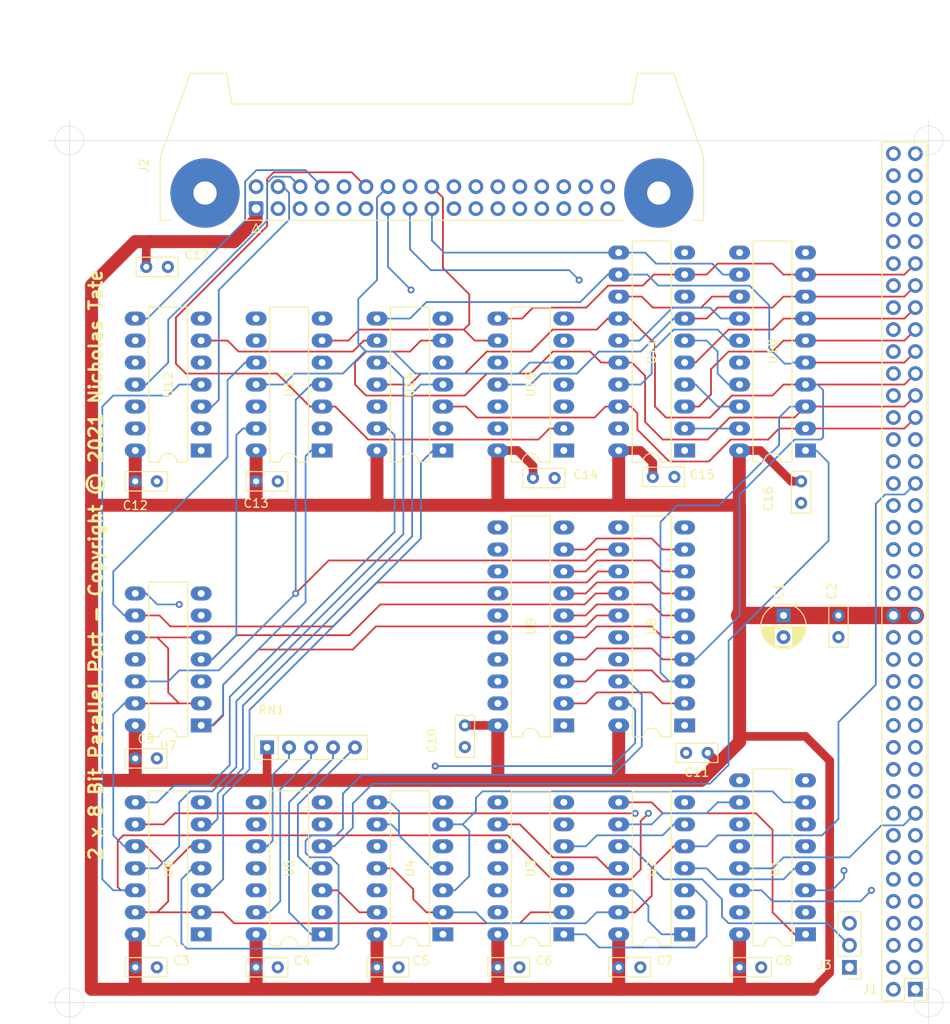
<source format=kicad_pcb>
(kicad_pcb (version 20171130) (host pcbnew "(5.1.10)-1")
  (layers (0 F.Cu signal) (1 In1.Cu signal) (2 In2.Cu signal) (31 B.Cu signal) (35 F.Paste user) (36 B.SilkS user) (37 F.SilkS user) (38 B.Mask user) (39 F.Mask user) (44 Edge.Cuts user))
  (net 0 "")
  (net 1 "Net-(J1-Pad1)")
  (net 2 "Net-(J1-Pad2)")
  (net 3 "Net-(J1-Pad3)")
  (net 4 "Net-(J1-Pad4)")
  (net 5 "Net-(J1-Pad5)")
  (net 6 "Net-(J1-Pad6)")
  (net 7 "Net-(J1-Pad7)")
  (net 8 "Net-(J1-Pad8)")
  (net 9 /A7)
  (net 10 /A6)
  (net 11 "Net-(J1-Pad11)")
  (net 12 "Net-(J1-Pad12)")
  (net 13 "Net-(J1-Pad13)")
  (net 14 /A2)
  (net 15 /A1)
  (net 16 /A0)
  (net 17 GND)
  (net 18 +5V)
  (net 19 "Net-(J1-Pad20)")
  (net 20 "Net-(J1-Pad21)")
  (net 21 "Net-(J1-Pad22)")
  (net 22 "Net-(J1-Pad23)")
  (net 23 /WR)
  (net 24 /RD)
  (net 25 /IORQ)
  (net 26 /D0)
  (net 27 /D1)
  (net 28 /D2)
  (net 29 /D3)
  (net 30 /D4)
  (net 31 /D5)
  (net 32 /D6)
  (net 33 /D7)
  (net 34 "Net-(J1-Pad37)")
  (net 35 "Net-(J1-Pad38)")
  (net 36 "Net-(J1-Pad39)")
  (net 37 "Net-(J1-Pad40)")
  (net 38 "Net-(J1-Pad41)")
  (net 39 "Net-(J1-Pad42)")
  (net 40 "Net-(J1-Pad43)")
  (net 41 "Net-(J1-Pad44)")
  (net 42 "Net-(J1-Pad45)")
  (net 43 "Net-(J1-Pad46)")
  (net 44 "Net-(J1-Pad48)")
  (net 45 "Net-(J1-Pad50)")
  (net 46 "Net-(J1-Pad52)")
  (net 47 "Net-(J1-Pad54)")
  (net 48 "Net-(J1-Pad56)")
  (net 49 "Net-(J1-Pad60)")
  (net 50 "Net-(J1-Pad62)")
  (net 51 "Net-(J1-Pad64)")
  (net 52 "Net-(J1-Pad66)")
  (net 53 "Net-(J1-Pad68)")
  (net 54 "Net-(J1-Pad69)")
  (net 55 "Net-(J1-Pad70)")
  (net 56 "Net-(J1-Pad71)")
  (net 57 "Net-(J1-Pad72)")
  (net 58 "Net-(J1-Pad73)")
  (net 59 "Net-(J1-Pad74)")
  (net 60 "Net-(J1-Pad75)")
  (net 61 "Net-(J1-Pad76)")
  (net 62 "Net-(J1-Pad77)")
  (net 63 "Net-(J1-Pad78)")
  (net 64 /PA1)
  (net 65 /PA3)
  (net 66 /PA5)
  (net 67 /PA7)
  (net 68 "Net-(J2-Pad19)")
  (net 69 "Net-(J2-Pad21)")
  (net 70 "Net-(J2-Pad23)")
  (net 71 "Net-(J2-Pad25)")
  (net 72 /PB6)
  (net 73 /PB4)
  (net 74 /PB2)
  (net 75 /PB0)
  (net 76 /PA0)
  (net 77 /PA2)
  (net 78 /PA4)
  (net 79 /PA6)
  (net 80 "Net-(J2-Pad20)")
  (net 81 "Net-(J2-Pad22)")
  (net 82 "Net-(J2-Pad24)")
  (net 83 /PB7)
  (net 84 /PB5)
  (net 85 /PB3)
  (net 86 /PB1)
  (net 87 "Net-(J2-Pad34)")
  (net 88 "Net-(U1-Pad1)")
  (net 89 "Net-(U1-Pad9)")
  (net 90 "Net-(U1-Pad10)")
  (net 91 "Net-(U1-Pad11)")
  (net 92 /CE_80)
  (net 93 "Net-(U1-Pad12)")
  (net 94 /CE_81)
  (net 95 "Net-(U2-Pad3)")
  (net 96 "Net-(U2-Pad11)")
  (net 97 "Net-(U2-Pad6)")
  (net 98 "Net-(U3-Pad6)")
  (net 99 "Net-(U3-Pad12)")
  (net 100 "Net-(U3-Pad10)")
  (net 101 "Net-(U3-Pad2)")
  (net 102 "Net-(U3-Pad8)")
  (net 103 "Net-(U4-Pad4)")
  (net 104 "Net-(U5-Pad6)")
  (net 105 "Net-(U10-Pad1)")
  (net 106 "Net-(U5-Pad9)")
  (net 107 "Net-(U5-Pad8)")
  (net 108 /PDB0)
  (net 109 /BDC2)
  (net 110 /PDB2)
  (net 111 /BDC0)
  (net 112 /PDB1)
  (net 113 /BDC3)
  (net 114 /PDB3)
  (net 115 /BDC1)
  (net 116 /BDC5)
  (net 117 /PDB7)
  (net 118 /BDC7)
  (net 119 /PDB5)
  (net 120 /BDC4)
  (net 121 /PDB6)
  (net 122 /BDC6)
  (net 123 /PDB4)
  (net 124 "Net-(U13-Pad5)")
  (net 125 "Net-(U13-Pad9)")
  (net 126 "Net-(U13-Pad12)")
  (net 127 "Net-(U13-Pad2)")
  (net 128 "Net-(U12-Pad5)")
  (net 129 "Net-(U12-Pad9)")
  (net 130 "Net-(U12-Pad12)")
  (net 131 "Net-(U12-Pad2)")
  (net 132 "Net-(J1-Pad9)")
  (net 133 "Net-(J1-Pad10)")
  (net 134 "Net-(J1-Pad14)")
  (net 135 "Net-(J1-Pad15)")
  (net 136 "Net-(J1-Pad16)")
  (net 137 "Net-(J1-Pad18)")
  (net 138 "Net-(J1-Pad24)")
  (net 139 "Net-(J1-Pad25)")
  (net 140 "Net-(J1-Pad26)")
  (net 141 "Net-(J1-Pad28)")
  (net 142 "Net-(J1-Pad30)")
  (net 143 "Net-(J1-Pad32)")
  (net 144 "Net-(J1-Pad58)")
  (net 145 "Net-(J2-Pad27)")
  (net 146 "Net-(J2-Pad29)")
  (net 147 "Net-(J2-Pad31)")
  (net 148 "Net-(J2-Pad2)")
  (net 149 "Net-(J2-Pad26)")
  (net 150 "Net-(J2-Pad28)")
  (net 151 "Net-(J2-Pad30)")
  (net 152 "Net-(J2-Pad32)")
  (net 153 "Net-(RN1-Pad2)")
  (net 154 "Net-(RN1-Pad3)")
  (net 155 "Net-(RN1-Pad4)")
  (net 156 "Net-(RN1-Pad5)")
  (net 157 /CE_83A)
  (net 158 /CE_83C)
  (net 159 /CE_83B)
  (net 160 /CE_82A)
  (net 161 /CE_82B)
  (net 162 "Net-(J3-Pad1)")
  (net 163 "Net-(J3-Pad2)")
  (module Capacitor_THT:C_Rect_L4.6mm_W2.0mm_P2.50mm_MKS02_FKP02 (layer F.Cu) (at 87.63 67.691)
    (fp_text reference C17 (at 5.842 -1.397) (layer F.SilkS))
    (fp_text value 0.1uF)
    (pad 2 thru_hole circle (at 2.5 0) (size 1.4 1.4) (drill 0.7) (layers *.Cu *.Mask) (net 17 GND))
    (pad 1 thru_hole circle (at 0 0) (size 1.4 1.4) (drill 0.7) (layers *.Cu *.Mask) (net 18 +5V))
  )
  (module Capacitor_THT:C_Rect_L4.6mm_W2.0mm_P2.50mm_MKS02_FKP02 (layer F.Cu) (at 163.322 92.456 270)
    (fp_text reference C16 (at 2.032 3.81 90) (layer F.SilkS))
    (fp_text value 0.1uF)
    (pad 2 thru_hole circle (at 2.5 0 270) (size 1.4 1.4) (drill 0.7) (layers *.Cu *.Mask) (net 17 GND))
    (pad 1 thru_hole circle (at 0 0 270) (size 1.4 1.4) (drill 0.7) (layers *.Cu *.Mask) (net 18 +5V))
  )
  (module Capacitor_THT:C_Rect_L4.6mm_W2.0mm_P2.50mm_MKS02_FKP02 (layer F.Cu) (at 146.177 91.948)
    (fp_text reference C15 (at 5.715 -0.254) (layer F.SilkS))
    (fp_text value 0.1uF)
    (pad 2 thru_hole circle (at 2.5 0) (size 1.4 1.4) (drill 0.7) (layers *.Cu *.Mask) (net 17 GND))
    (pad 1 thru_hole circle (at 0 0) (size 1.4 1.4) (drill 0.7) (layers *.Cu *.Mask) (net 18 +5V))
  )
  (module Capacitor_THT:C_Rect_L4.6mm_W2.0mm_P2.50mm_MKS02_FKP02 (layer F.Cu) (at 100.33 92.456)
    (fp_text reference C13 (at 0 2.54) (layer F.SilkS))
    (fp_text value 0.1uF)
    (pad 2 thru_hole circle (at 2.5 0) (size 1.4 1.4) (drill 0.7) (layers *.Cu *.Mask) (net 17 GND))
    (pad 1 thru_hole circle (at 0 0) (size 1.4 1.4) (drill 0.7) (layers *.Cu *.Mask) (net 18 +5V))
  )
  (module Capacitor_THT:C_Rect_L4.6mm_W2.0mm_P2.50mm_MKS02_FKP02 (layer F.Cu) (at 86.36 92.456)
    (fp_text reference C12 (at 0 2.794) (layer F.SilkS))
    (fp_text value 0.1uF)
    (pad 2 thru_hole circle (at 2.5 0) (size 1.4 1.4) (drill 0.7) (layers *.Cu *.Mask) (net 17 GND))
    (pad 1 thru_hole circle (at 0 0) (size 1.4 1.4) (drill 0.7) (layers *.Cu *.Mask) (net 18 +5V))
  )
  (module Capacitor_THT:C_Rect_L4.6mm_W2.0mm_P2.50mm_MKS02_FKP02 (layer F.Cu) (at 152.527 123.825 180)
    (fp_text reference C11 (at 1.25 -2.25) (layer F.SilkS))
    (fp_text value 0.1uF)
    (pad 2 thru_hole circle (at 2.5 0 180) (size 1.4 1.4) (drill 0.7) (layers *.Cu *.Mask) (net 17 GND))
    (pad 1 thru_hole circle (at 0 0 180) (size 1.4 1.4) (drill 0.7) (layers *.Cu *.Mask) (net 18 +5V))
  )
  (module Capacitor_THT:C_Rect_L4.6mm_W2.0mm_P2.50mm_MKS02_FKP02 (layer F.Cu) (at 124.46 120.65 270)
    (fp_text reference C10 (at 1.778 3.81 90) (layer F.SilkS))
    (fp_text value 0.1uF)
    (pad 2 thru_hole circle (at 2.5 0 270) (size 1.4 1.4) (drill 0.7) (layers *.Cu *.Mask) (net 17 GND))
    (pad 1 thru_hole circle (at 0 0 270) (size 1.4 1.4) (drill 0.7) (layers *.Cu *.Mask) (net 18 +5V))
  )
  (module Capacitor_THT:C_Rect_L4.6mm_W2.0mm_P2.50mm_MKS02_FKP02 (layer F.Cu) (at 86.36 124.46)
    (fp_text reference C9 (at 1.25 -2.25) (layer F.SilkS))
    (fp_text value 0.1uF)
    (pad 2 thru_hole circle (at 2.5 0) (size 1.4 1.4) (drill 0.7) (layers *.Cu *.Mask) (net 17 GND))
    (pad 1 thru_hole circle (at 0 0) (size 1.4 1.4) (drill 0.7) (layers *.Cu *.Mask) (net 18 +5V))
  )
  (module Capacitor_THT:C_Rect_L4.6mm_W2.0mm_P2.50mm_MKS02_FKP02 (layer F.Cu) (at 156.21 148.59)
    (fp_text reference C8 (at 5.08 -0.762) (layer F.SilkS))
    (fp_text value 0.1uF)
    (pad 2 thru_hole circle (at 2.5 0) (size 1.4 1.4) (drill 0.7) (layers *.Cu *.Mask) (net 17 GND))
    (pad 1 thru_hole circle (at 0 0) (size 1.4 1.4) (drill 0.7) (layers *.Cu *.Mask) (net 18 +5V))
  )
  (module Capacitor_THT:C_Rect_L4.6mm_W2.0mm_P2.50mm_MKS02_FKP02 (layer F.Cu) (at 142.24 148.59)
    (fp_text reference C7 (at 5.334 -0.762) (layer F.SilkS))
    (fp_text value 0.1uF)
    (pad 2 thru_hole circle (at 2.5 0) (size 1.4 1.4) (drill 0.7) (layers *.Cu *.Mask) (net 17 GND))
    (pad 1 thru_hole circle (at 0 0) (size 1.4 1.4) (drill 0.7) (layers *.Cu *.Mask) (net 18 +5V))
  )
  (module Capacitor_THT:C_Rect_L4.6mm_W2.0mm_P2.50mm_MKS02_FKP02 (layer F.Cu) (at 128.27 148.59)
    (fp_text reference C6 (at 5.334 -0.762) (layer F.SilkS))
    (fp_text value 0.1uF)
    (pad 2 thru_hole circle (at 2.5 0) (size 1.4 1.4) (drill 0.7) (layers *.Cu *.Mask) (net 17 GND))
    (pad 1 thru_hole circle (at 0 0) (size 1.4 1.4) (drill 0.7) (layers *.Cu *.Mask) (net 18 +5V))
  )
  (module Capacitor_THT:C_Rect_L4.6mm_W2.0mm_P2.50mm_MKS02_FKP02 (layer F.Cu) (at 114.3 148.59)
    (fp_text reference C5 (at 5.08 -0.762) (layer F.SilkS))
    (fp_text value 0.1uF)
    (pad 2 thru_hole circle (at 2.5 0) (size 1.4 1.4) (drill 0.7) (layers *.Cu *.Mask) (net 17 GND))
    (pad 1 thru_hole circle (at 0 0) (size 1.4 1.4) (drill 0.7) (layers *.Cu *.Mask) (net 18 +5V))
  )
  (module Capacitor_THT:C_Rect_L4.6mm_W2.0mm_P2.50mm_MKS02_FKP02 (layer F.Cu) (at 100.33 148.59)
    (fp_text reference C4 (at 5.334 -0.762) (layer F.SilkS))
    (fp_text value 0.1uF)
    (pad 2 thru_hole circle (at 2.5 0) (size 1.4 1.4) (drill 0.7) (layers *.Cu *.Mask) (net 17 GND))
    (pad 1 thru_hole circle (at 0 0) (size 1.4 1.4) (drill 0.7) (layers *.Cu *.Mask) (net 18 +5V))
  )
  (module Capacitor_THT:C_Rect_L4.6mm_W2.0mm_P2.50mm_MKS02_FKP02 (layer F.Cu) (at 86.36 148.59)
    (fp_text reference C3 (at 5.334 -0.762) (layer F.SilkS))
    (fp_text value 0.1uF)
    (pad 2 thru_hole circle (at 2.5 0) (size 1.4 1.4) (drill 0.7) (layers *.Cu *.Mask) (net 17 GND))
    (pad 1 thru_hole circle (at 0 0) (size 1.4 1.4) (drill 0.7) (layers *.Cu *.Mask) (net 18 +5V))
  )
  (module Capacitor_THT:C_Rect_L4.6mm_W2.0mm_P2.50mm_MKS02_FKP02 (layer F.Cu) (at 167.64 107.95 270)
    (fp_text reference C2 (at -2.794 0.762 90) (layer F.SilkS))
    (fp_text value 0.1uF)
    (pad 2 thru_hole circle (at 2.5 0 270) (size 1.4 1.4) (drill 0.7) (layers *.Cu *.Mask) (net 17 GND))
    (pad 1 thru_hole circle (at 0 0 270) (size 1.4 1.4) (drill 0.7) (layers *.Cu *.Mask) (net 18 +5V))
  )
  (module Capacitor_THT:CP_Radial_D5.0mm_P2.50mm (layer F.Cu) (at 161.29 107.95 270)
    (fp_text reference C1 (at -2.794 0.508 90) (layer F.SilkS))
    (fp_text value 100uF)
    (pad 2 thru_hole circle (at 2.5 0 270) (size 1.6 1.6) (drill 0.8) (layers *.Cu *.Mask) (net 17 GND))
    (pad 1 thru_hole rect (at 0 0 270) (size 1.6 1.6) (drill 0.8) (layers *.Cu *.Mask) (net 18 +5V))
  )
  (module Package_DIP:DIP-14_W7.62mm_LongPads (layer F.Cu) (at 135.89 144.78 180)
    (fp_text reference U3 (at 3.81 7.62 90) (layer F.SilkS))
    (fp_text value 74F14)
    (pad 14 thru_hole oval (at 7.62 0 180) (size 2.4 1.6) (drill 0.8) (layers *.Cu *.Mask) (net 18 +5V))
    (pad 7 thru_hole oval (at 0 15.24 180) (size 2.4 1.6) (drill 0.8) (layers *.Cu *.Mask) (net 17 GND))
    (pad 13 thru_hole oval (at 7.62 2.54 180) (size 2.4 1.6) (drill 0.8) (layers *.Cu *.Mask) (net 17 GND))
    (pad 6 thru_hole oval (at 0 12.7 180) (size 2.4 1.6) (drill 0.8) (layers *.Cu *.Mask) (net 98 "Net-(U3-Pad6)"))
    (pad 12 thru_hole oval (at 7.62 5.08 180) (size 2.4 1.6) (drill 0.8) (layers *.Cu *.Mask) (net 99 "Net-(U3-Pad12)"))
    (pad 5 thru_hole oval (at 0 10.16 180) (size 2.4 1.6) (drill 0.8) (layers *.Cu *.Mask) (net 97 "Net-(U2-Pad6)"))
    (pad 11 thru_hole oval (at 7.62 7.62 180) (size 2.4 1.6) (drill 0.8) (layers *.Cu *.Mask) (net 17 GND))
    (pad 4 thru_hole oval (at 0 7.62 180) (size 2.4 1.6) (drill 0.8) (layers *.Cu *.Mask) (net 162 "Net-(J3-Pad1)"))
    (pad 10 thru_hole oval (at 7.62 10.16 180) (size 2.4 1.6) (drill 0.8) (layers *.Cu *.Mask) (net 100 "Net-(U3-Pad10)"))
    (pad 3 thru_hole oval (at 0 5.08 180) (size 2.4 1.6) (drill 0.8) (layers *.Cu *.Mask) (net 14 /A2))
    (pad 9 thru_hole oval (at 7.62 12.7 180) (size 2.4 1.6) (drill 0.8) (layers *.Cu *.Mask) (net 96 "Net-(U2-Pad11)"))
    (pad 2 thru_hole oval (at 0 2.54 180) (size 2.4 1.6) (drill 0.8) (layers *.Cu *.Mask) (net 101 "Net-(U3-Pad2)"))
    (pad 8 thru_hole oval (at 7.62 15.24 180) (size 2.4 1.6) (drill 0.8) (layers *.Cu *.Mask) (net 102 "Net-(U3-Pad8)"))
    (pad 1 thru_hole rect (at 0 0 180) (size 2.4 1.6) (drill 0.8) (layers *.Cu *.Mask) (net 95 "Net-(U2-Pad3)"))
  )
  (module Connector_PinHeader_2.54mm:PinHeader_2x39_P2.54mm_Vertical (layer F.Cu) (at 176.53 151.13 180)
    (fp_text reference J1 (at 5.207 0) (layer F.SilkS))
    (fp_text value Conn_02x39_Odd_Even)
    (pad 78 thru_hole oval (at 2.54 96.52 180) (size 1.7 1.7) (drill 1) (layers *.Cu *.Mask) (net 63 "Net-(J1-Pad78)"))
    (pad 77 thru_hole oval (at 0 96.52 180) (size 1.7 1.7) (drill 1) (layers *.Cu *.Mask) (net 62 "Net-(J1-Pad77)"))
    (pad 76 thru_hole oval (at 2.54 93.98 180) (size 1.7 1.7) (drill 1) (layers *.Cu *.Mask) (net 61 "Net-(J1-Pad76)"))
    (pad 75 thru_hole oval (at 0 93.98 180) (size 1.7 1.7) (drill 1) (layers *.Cu *.Mask) (net 60 "Net-(J1-Pad75)"))
    (pad 74 thru_hole oval (at 2.54 91.44 180) (size 1.7 1.7) (drill 1) (layers *.Cu *.Mask) (net 59 "Net-(J1-Pad74)"))
    (pad 73 thru_hole oval (at 0 91.44 180) (size 1.7 1.7) (drill 1) (layers *.Cu *.Mask) (net 58 "Net-(J1-Pad73)"))
    (pad 72 thru_hole oval (at 2.54 88.9 180) (size 1.7 1.7) (drill 1) (layers *.Cu *.Mask) (net 57 "Net-(J1-Pad72)"))
    (pad 71 thru_hole oval (at 0 88.9 180) (size 1.7 1.7) (drill 1) (layers *.Cu *.Mask) (net 56 "Net-(J1-Pad71)"))
    (pad 70 thru_hole oval (at 2.54 86.36 180) (size 1.7 1.7) (drill 1) (layers *.Cu *.Mask) (net 55 "Net-(J1-Pad70)"))
    (pad 69 thru_hole oval (at 0 86.36 180) (size 1.7 1.7) (drill 1) (layers *.Cu *.Mask) (net 54 "Net-(J1-Pad69)"))
    (pad 68 thru_hole oval (at 2.54 83.82 180) (size 1.7 1.7) (drill 1) (layers *.Cu *.Mask) (net 53 "Net-(J1-Pad68)"))
    (pad 67 thru_hole oval (at 0 83.82 180) (size 1.7 1.7) (drill 1) (layers *.Cu *.Mask) (net 33 /D7))
    (pad 66 thru_hole oval (at 2.54 81.28 180) (size 1.7 1.7) (drill 1) (layers *.Cu *.Mask) (net 52 "Net-(J1-Pad66)"))
    (pad 65 thru_hole oval (at 0 81.28 180) (size 1.7 1.7) (drill 1) (layers *.Cu *.Mask) (net 32 /D6))
    (pad 64 thru_hole oval (at 2.54 78.74 180) (size 1.7 1.7) (drill 1) (layers *.Cu *.Mask) (net 51 "Net-(J1-Pad64)"))
    (pad 63 thru_hole oval (at 0 78.74 180) (size 1.7 1.7) (drill 1) (layers *.Cu *.Mask) (net 31 /D5))
    (pad 62 thru_hole oval (at 2.54 76.2 180) (size 1.7 1.7) (drill 1) (layers *.Cu *.Mask) (net 50 "Net-(J1-Pad62)"))
    (pad 61 thru_hole oval (at 0 76.2 180) (size 1.7 1.7) (drill 1) (layers *.Cu *.Mask) (net 30 /D4))
    (pad 60 thru_hole oval (at 2.54 73.66 180) (size 1.7 1.7) (drill 1) (layers *.Cu *.Mask) (net 49 "Net-(J1-Pad60)"))
    (pad 59 thru_hole oval (at 0 73.66 180) (size 1.7 1.7) (drill 1) (layers *.Cu *.Mask) (net 29 /D3))
    (pad 58 thru_hole oval (at 2.54 71.12 180) (size 1.7 1.7) (drill 1) (layers *.Cu *.Mask) (net 144 "Net-(J1-Pad58)"))
    (pad 57 thru_hole oval (at 0 71.12 180) (size 1.7 1.7) (drill 1) (layers *.Cu *.Mask) (net 28 /D2))
    (pad 56 thru_hole oval (at 2.54 68.58 180) (size 1.7 1.7) (drill 1) (layers *.Cu *.Mask) (net 48 "Net-(J1-Pad56)"))
    (pad 55 thru_hole oval (at 0 68.58 180) (size 1.7 1.7) (drill 1) (layers *.Cu *.Mask) (net 27 /D1))
    (pad 54 thru_hole oval (at 2.54 66.04 180) (size 1.7 1.7) (drill 1) (layers *.Cu *.Mask) (net 47 "Net-(J1-Pad54)"))
    (pad 53 thru_hole oval (at 0 66.04 180) (size 1.7 1.7) (drill 1) (layers *.Cu *.Mask) (net 26 /D0))
    (pad 52 thru_hole oval (at 2.54 63.5 180) (size 1.7 1.7) (drill 1) (layers *.Cu *.Mask) (net 46 "Net-(J1-Pad52)"))
    (pad 51 thru_hole oval (at 0 63.5 180) (size 1.7 1.7) (drill 1) (layers *.Cu *.Mask) (net 25 /IORQ))
    (pad 50 thru_hole oval (at 2.54 60.96 180) (size 1.7 1.7) (drill 1) (layers *.Cu *.Mask) (net 45 "Net-(J1-Pad50)"))
    (pad 49 thru_hole oval (at 0 60.96 180) (size 1.7 1.7) (drill 1) (layers *.Cu *.Mask) (net 24 /RD))
    (pad 48 thru_hole oval (at 2.54 58.42 180) (size 1.7 1.7) (drill 1) (layers *.Cu *.Mask) (net 44 "Net-(J1-Pad48)"))
    (pad 47 thru_hole oval (at 0 58.42 180) (size 1.7 1.7) (drill 1) (layers *.Cu *.Mask) (net 23 /WR))
    (pad 46 thru_hole oval (at 2.54 55.88 180) (size 1.7 1.7) (drill 1) (layers *.Cu *.Mask) (net 43 "Net-(J1-Pad46)"))
    (pad 45 thru_hole oval (at 0 55.88 180) (size 1.7 1.7) (drill 1) (layers *.Cu *.Mask) (net 42 "Net-(J1-Pad45)"))
    (pad 44 thru_hole oval (at 2.54 53.34 180) (size 1.7 1.7) (drill 1) (layers *.Cu *.Mask) (net 41 "Net-(J1-Pad44)"))
    (pad 43 thru_hole oval (at 0 53.34 180) (size 1.7 1.7) (drill 1) (layers *.Cu *.Mask) (net 40 "Net-(J1-Pad43)"))
    (pad 42 thru_hole oval (at 2.54 50.8 180) (size 1.7 1.7) (drill 1) (layers *.Cu *.Mask) (net 39 "Net-(J1-Pad42)"))
    (pad 41 thru_hole oval (at 0 50.8 180) (size 1.7 1.7) (drill 1) (layers *.Cu *.Mask) (net 38 "Net-(J1-Pad41)"))
    (pad 40 thru_hole oval (at 2.54 48.26 180) (size 1.7 1.7) (drill 1) (layers *.Cu *.Mask) (net 37 "Net-(J1-Pad40)"))
    (pad 39 thru_hole oval (at 0 48.26 180) (size 1.7 1.7) (drill 1) (layers *.Cu *.Mask) (net 36 "Net-(J1-Pad39)"))
    (pad 38 thru_hole oval (at 2.54 45.72 180) (size 1.7 1.7) (drill 1) (layers *.Cu *.Mask) (net 35 "Net-(J1-Pad38)"))
    (pad 37 thru_hole oval (at 0 45.72 180) (size 1.7 1.7) (drill 1) (layers *.Cu *.Mask) (net 34 "Net-(J1-Pad37)"))
    (pad 36 thru_hole oval (at 2.54 43.18 180) (size 1.7 1.7) (drill 1) (layers *.Cu *.Mask) (net 18 +5V))
    (pad 35 thru_hole oval (at 0 43.18 180) (size 1.7 1.7) (drill 1) (layers *.Cu *.Mask) (net 18 +5V))
    (pad 34 thru_hole oval (at 2.54 40.64 180) (size 1.7 1.7) (drill 1) (layers *.Cu *.Mask) (net 17 GND))
    (pad 33 thru_hole oval (at 0 40.64 180) (size 1.7 1.7) (drill 1) (layers *.Cu *.Mask) (net 17 GND))
    (pad 32 thru_hole oval (at 2.54 38.1 180) (size 1.7 1.7) (drill 1) (layers *.Cu *.Mask) (net 143 "Net-(J1-Pad32)"))
    (pad 31 thru_hole oval (at 0 38.1 180) (size 1.7 1.7) (drill 1) (layers *.Cu *.Mask) (net 16 /A0))
    (pad 30 thru_hole oval (at 2.54 35.56 180) (size 1.7 1.7) (drill 1) (layers *.Cu *.Mask) (net 142 "Net-(J1-Pad30)"))
    (pad 29 thru_hole oval (at 0 35.56 180) (size 1.7 1.7) (drill 1) (layers *.Cu *.Mask) (net 15 /A1))
    (pad 28 thru_hole oval (at 2.54 33.02 180) (size 1.7 1.7) (drill 1) (layers *.Cu *.Mask) (net 141 "Net-(J1-Pad28)"))
    (pad 27 thru_hole oval (at 0 33.02 180) (size 1.7 1.7) (drill 1) (layers *.Cu *.Mask) (net 14 /A2))
    (pad 26 thru_hole oval (at 2.54 30.48 180) (size 1.7 1.7) (drill 1) (layers *.Cu *.Mask) (net 140 "Net-(J1-Pad26)"))
    (pad 25 thru_hole oval (at 0 30.48 180) (size 1.7 1.7) (drill 1) (layers *.Cu *.Mask) (net 139 "Net-(J1-Pad25)"))
    (pad 24 thru_hole oval (at 2.54 27.94 180) (size 1.7 1.7) (drill 1) (layers *.Cu *.Mask) (net 138 "Net-(J1-Pad24)"))
    (pad 23 thru_hole oval (at 0 27.94 180) (size 1.7 1.7) (drill 1) (layers *.Cu *.Mask) (net 22 "Net-(J1-Pad23)"))
    (pad 22 thru_hole oval (at 2.54 25.4 180) (size 1.7 1.7) (drill 1) (layers *.Cu *.Mask) (net 21 "Net-(J1-Pad22)"))
    (pad 21 thru_hole oval (at 0 25.4 180) (size 1.7 1.7) (drill 1) (layers *.Cu *.Mask) (net 20 "Net-(J1-Pad21)"))
    (pad 20 thru_hole oval (at 2.54 22.86 180) (size 1.7 1.7) (drill 1) (layers *.Cu *.Mask) (net 19 "Net-(J1-Pad20)"))
    (pad 19 thru_hole oval (at 0 22.86 180) (size 1.7 1.7) (drill 1) (layers *.Cu *.Mask) (net 10 /A6))
    (pad 18 thru_hole oval (at 2.54 20.32 180) (size 1.7 1.7) (drill 1) (layers *.Cu *.Mask) (net 137 "Net-(J1-Pad18)"))
    (pad 17 thru_hole oval (at 0 20.32 180) (size 1.7 1.7) (drill 1) (layers *.Cu *.Mask) (net 9 /A7))
    (pad 16 thru_hole oval (at 2.54 17.78 180) (size 1.7 1.7) (drill 1) (layers *.Cu *.Mask) (net 136 "Net-(J1-Pad16)"))
    (pad 15 thru_hole oval (at 0 17.78 180) (size 1.7 1.7) (drill 1) (layers *.Cu *.Mask) (net 135 "Net-(J1-Pad15)"))
    (pad 14 thru_hole oval (at 2.54 15.24 180) (size 1.7 1.7) (drill 1) (layers *.Cu *.Mask) (net 134 "Net-(J1-Pad14)"))
    (pad 13 thru_hole oval (at 0 15.24 180) (size 1.7 1.7) (drill 1) (layers *.Cu *.Mask) (net 13 "Net-(J1-Pad13)"))
    (pad 12 thru_hole oval (at 2.54 12.7 180) (size 1.7 1.7) (drill 1) (layers *.Cu *.Mask) (net 12 "Net-(J1-Pad12)"))
    (pad 11 thru_hole oval (at 0 12.7 180) (size 1.7 1.7) (drill 1) (layers *.Cu *.Mask) (net 11 "Net-(J1-Pad11)"))
    (pad 10 thru_hole oval (at 2.54 10.16 180) (size 1.7 1.7) (drill 1) (layers *.Cu *.Mask) (net 133 "Net-(J1-Pad10)"))
    (pad 9 thru_hole oval (at 0 10.16 180) (size 1.7 1.7) (drill 1) (layers *.Cu *.Mask) (net 132 "Net-(J1-Pad9)"))
    (pad 8 thru_hole oval (at 2.54 7.62 180) (size 1.7 1.7) (drill 1) (layers *.Cu *.Mask) (net 8 "Net-(J1-Pad8)"))
    (pad 7 thru_hole oval (at 0 7.62 180) (size 1.7 1.7) (drill 1) (layers *.Cu *.Mask) (net 7 "Net-(J1-Pad7)"))
    (pad 6 thru_hole oval (at 2.54 5.08 180) (size 1.7 1.7) (drill 1) (layers *.Cu *.Mask) (net 6 "Net-(J1-Pad6)"))
    (pad 5 thru_hole oval (at 0 5.08 180) (size 1.7 1.7) (drill 1) (layers *.Cu *.Mask) (net 5 "Net-(J1-Pad5)"))
    (pad 4 thru_hole oval (at 2.54 2.54 180) (size 1.7 1.7) (drill 1) (layers *.Cu *.Mask) (net 4 "Net-(J1-Pad4)"))
    (pad 3 thru_hole oval (at 0 2.54 180) (size 1.7 1.7) (drill 1) (layers *.Cu *.Mask) (net 3 "Net-(J1-Pad3)"))
    (pad 2 thru_hole oval (at 2.54 0 180) (size 1.7 1.7) (drill 1) (layers *.Cu *.Mask) (net 2 "Net-(J1-Pad2)"))
    (pad 1 thru_hole rect (at 0 0 180) (size 1.7 1.7) (drill 1) (layers *.Cu *.Mask) (net 1 "Net-(J1-Pad1)"))
  )
  (module Connector_IDC:IDC-Header_2x17-1MP_P2.54mm_Latch_Horizontal (layer F.Cu) (at 100.33 60.96 90)
    (fp_text reference J2 (at 4.953 -12.954 90) (layer F.SilkS))
    (fp_text value Conn_02x17_Odd_Even)
    (pad 1 thru_hole roundrect (at 0 0 90) (size 1.7 1.7) (drill 1) (layers *.Cu *.Mask) (roundrect_rratio 0.1470588235294118) (net 18 +5V))
    (pad 3 thru_hole circle (at 0 2.54 90) (size 1.7 1.7) (drill 1) (layers *.Cu *.Mask) (net 76 /PA0))
    (pad 5 thru_hole circle (at 0 5.08 90) (size 1.7 1.7) (drill 1) (layers *.Cu *.Mask) (net 64 /PA1))
    (pad 7 thru_hole circle (at 0 7.62 90) (size 1.7 1.7) (drill 1) (layers *.Cu *.Mask) (net 77 /PA2))
    (pad 9 thru_hole circle (at 0 10.16 90) (size 1.7 1.7) (drill 1) (layers *.Cu *.Mask) (net 65 /PA3))
    (pad 11 thru_hole circle (at 0 12.7 90) (size 1.7 1.7) (drill 1) (layers *.Cu *.Mask) (net 78 /PA4))
    (pad 13 thru_hole circle (at 0 15.24 90) (size 1.7 1.7) (drill 1) (layers *.Cu *.Mask) (net 66 /PA5))
    (pad 15 thru_hole circle (at 0 17.78 90) (size 1.7 1.7) (drill 1) (layers *.Cu *.Mask) (net 79 /PA6))
    (pad 17 thru_hole circle (at 0 20.32 90) (size 1.7 1.7) (drill 1) (layers *.Cu *.Mask) (net 67 /PA7))
    (pad 19 thru_hole circle (at 0 22.86 90) (size 1.7 1.7) (drill 1) (layers *.Cu *.Mask) (net 68 "Net-(J2-Pad19)"))
    (pad 21 thru_hole circle (at 0 25.4 90) (size 1.7 1.7) (drill 1) (layers *.Cu *.Mask) (net 69 "Net-(J2-Pad21)"))
    (pad 23 thru_hole circle (at 0 27.94 90) (size 1.7 1.7) (drill 1) (layers *.Cu *.Mask) (net 70 "Net-(J2-Pad23)"))
    (pad 25 thru_hole circle (at 0 30.48 90) (size 1.7 1.7) (drill 1) (layers *.Cu *.Mask) (net 71 "Net-(J2-Pad25)"))
    (pad 27 thru_hole circle (at 0 33.02 90) (size 1.7 1.7) (drill 1) (layers *.Cu *.Mask) (net 145 "Net-(J2-Pad27)"))
    (pad 29 thru_hole circle (at 0 35.56 90) (size 1.7 1.7) (drill 1) (layers *.Cu *.Mask) (net 146 "Net-(J2-Pad29)"))
    (pad 31 thru_hole circle (at 0 38.1 90) (size 1.7 1.7) (drill 1) (layers *.Cu *.Mask) (net 147 "Net-(J2-Pad31)"))
    (pad 33 thru_hole circle (at 0 40.64 90) (size 1.7 1.7) (drill 1) (layers *.Cu *.Mask) (net 17 GND))
    (pad 2 thru_hole circle (at 2.54 0 90) (size 1.7 1.7) (drill 1) (layers *.Cu *.Mask) (net 148 "Net-(J2-Pad2)"))
    (pad 4 thru_hole circle (at 2.54 2.54 90) (size 1.7 1.7) (drill 1) (layers *.Cu *.Mask) (net 75 /PB0))
    (pad 6 thru_hole circle (at 2.54 5.08 90) (size 1.7 1.7) (drill 1) (layers *.Cu *.Mask) (net 86 /PB1))
    (pad 8 thru_hole circle (at 2.54 7.62 90) (size 1.7 1.7) (drill 1) (layers *.Cu *.Mask) (net 74 /PB2))
    (pad 10 thru_hole circle (at 2.54 10.16 90) (size 1.7 1.7) (drill 1) (layers *.Cu *.Mask) (net 85 /PB3))
    (pad 12 thru_hole circle (at 2.54 12.7 90) (size 1.7 1.7) (drill 1) (layers *.Cu *.Mask) (net 73 /PB4))
    (pad 14 thru_hole circle (at 2.54 15.24 90) (size 1.7 1.7) (drill 1) (layers *.Cu *.Mask) (net 84 /PB5))
    (pad 16 thru_hole circle (at 2.54 17.78 90) (size 1.7 1.7) (drill 1) (layers *.Cu *.Mask) (net 72 /PB6))
    (pad 18 thru_hole circle (at 2.54 20.32 90) (size 1.7 1.7) (drill 1) (layers *.Cu *.Mask) (net 83 /PB7))
    (pad 20 thru_hole circle (at 2.54 22.86 90) (size 1.7 1.7) (drill 1) (layers *.Cu *.Mask) (net 80 "Net-(J2-Pad20)"))
    (pad 22 thru_hole circle (at 2.54 25.4 90) (size 1.7 1.7) (drill 1) (layers *.Cu *.Mask) (net 81 "Net-(J2-Pad22)"))
    (pad 24 thru_hole circle (at 2.54 27.94 90) (size 1.7 1.7) (drill 1) (layers *.Cu *.Mask) (net 82 "Net-(J2-Pad24)"))
    (pad 26 thru_hole circle (at 2.54 30.48 90) (size 1.7 1.7) (drill 1) (layers *.Cu *.Mask) (net 149 "Net-(J2-Pad26)"))
    (pad 28 thru_hole circle (at 2.54 33.02 90) (size 1.7 1.7) (drill 1) (layers *.Cu *.Mask) (net 150 "Net-(J2-Pad28)"))
    (pad 30 thru_hole circle (at 2.54 35.56 90) (size 1.7 1.7) (drill 1) (layers *.Cu *.Mask) (net 151 "Net-(J2-Pad30)"))
    (pad 32 thru_hole circle (at 2.54 38.1 90) (size 1.7 1.7) (drill 1) (layers *.Cu *.Mask) (net 152 "Net-(J2-Pad32)"))
    (pad 34 thru_hole circle (at 2.54 40.64 90) (size 1.7 1.7) (drill 1) (layers *.Cu *.Mask) (net 87 "Net-(J2-Pad34)"))
    (pad MP thru_hole circle (at 1.8 -5.905 90) (size 8 8) (drill 2.69) (layers *.Cu *.Mask))
    (pad MP thru_hole circle (at 1.8 46.545 90) (size 8 8) (drill 2.69) (layers *.Cu *.Mask))
  )
  (module Package_DIP:DIP-16_W7.62mm_LongPads (layer F.Cu) (at 163.83 144.78 180)
    (fp_text reference U1 (at 3.556 7.62 90) (layer F.SilkS))
    (fp_text value 74F139)
    (pad 1 thru_hole rect (at 0 0 180) (size 2.4 1.6) (drill 0.8) (layers *.Cu *.Mask) (net 88 "Net-(U1-Pad1)"))
    (pad 9 thru_hole oval (at 7.62 17.78 180) (size 2.4 1.6) (drill 0.8) (layers *.Cu *.Mask) (net 89 "Net-(U1-Pad9)"))
    (pad 2 thru_hole oval (at 0 2.54 180) (size 2.4 1.6) (drill 0.8) (layers *.Cu *.Mask) (net 16 /A0))
    (pad 10 thru_hole oval (at 7.62 15.24 180) (size 2.4 1.6) (drill 0.8) (layers *.Cu *.Mask) (net 90 "Net-(U1-Pad10)"))
    (pad 3 thru_hole oval (at 0 5.08 180) (size 2.4 1.6) (drill 0.8) (layers *.Cu *.Mask) (net 15 /A1))
    (pad 11 thru_hole oval (at 7.62 12.7 180) (size 2.4 1.6) (drill 0.8) (layers *.Cu *.Mask) (net 91 "Net-(U1-Pad11)"))
    (pad 4 thru_hole oval (at 0 7.62 180) (size 2.4 1.6) (drill 0.8) (layers *.Cu *.Mask) (net 92 /CE_80))
    (pad 12 thru_hole oval (at 7.62 10.16 180) (size 2.4 1.6) (drill 0.8) (layers *.Cu *.Mask) (net 93 "Net-(U1-Pad12)"))
    (pad 5 thru_hole oval (at 0 10.16 180) (size 2.4 1.6) (drill 0.8) (layers *.Cu *.Mask) (net 94 /CE_81))
    (pad 13 thru_hole oval (at 7.62 7.62 180) (size 2.4 1.6) (drill 0.8) (layers *.Cu *.Mask) (net 9 /A7))
    (pad 6 thru_hole oval (at 0 12.7 180) (size 2.4 1.6) (drill 0.8) (layers *.Cu *.Mask) (net 160 /CE_82A))
    (pad 14 thru_hole oval (at 7.62 5.08 180) (size 2.4 1.6) (drill 0.8) (layers *.Cu *.Mask) (net 10 /A6))
    (pad 7 thru_hole oval (at 0 15.24 180) (size 2.4 1.6) (drill 0.8) (layers *.Cu *.Mask) (net 157 /CE_83A))
    (pad 15 thru_hole oval (at 7.62 2.54 180) (size 2.4 1.6) (drill 0.8) (layers *.Cu *.Mask) (net 25 /IORQ))
    (pad 8 thru_hole oval (at 0 17.78 180) (size 2.4 1.6) (drill 0.8) (layers *.Cu *.Mask) (net 17 GND))
    (pad 16 thru_hole oval (at 7.62 0 180) (size 2.4 1.6) (drill 0.8) (layers *.Cu *.Mask) (net 18 +5V))
  )
  (module Package_DIP:DIP-14_W7.62mm_LongPads (layer F.Cu) (at 149.86 144.78 180)
    (fp_text reference U2 (at 3.81 7.62 90) (layer F.SilkS))
    (fp_text value 74F32)
    (pad 1 thru_hole rect (at 0 0 180) (size 2.4 1.6) (drill 0.8) (layers *.Cu *.Mask) (net 94 /CE_81))
    (pad 8 thru_hole oval (at 7.62 15.24 180) (size 2.4 1.6) (drill 0.8) (layers *.Cu *.Mask) (net 88 "Net-(U1-Pad1)"))
    (pad 2 thru_hole oval (at 0 2.54 180) (size 2.4 1.6) (drill 0.8) (layers *.Cu *.Mask) (net 24 /RD))
    (pad 9 thru_hole oval (at 7.62 12.7 180) (size 2.4 1.6) (drill 0.8) (layers *.Cu *.Mask) (net 90 "Net-(U1-Pad10)"))
    (pad 3 thru_hole oval (at 0 5.08 180) (size 2.4 1.6) (drill 0.8) (layers *.Cu *.Mask) (net 95 "Net-(U2-Pad3)"))
    (pad 10 thru_hole oval (at 7.62 10.16 180) (size 2.4 1.6) (drill 0.8) (layers *.Cu *.Mask) (net 163 "Net-(J3-Pad2)"))
    (pad 4 thru_hole oval (at 0 7.62 180) (size 2.4 1.6) (drill 0.8) (layers *.Cu *.Mask) (net 92 /CE_80))
    (pad 11 thru_hole oval (at 7.62 7.62 180) (size 2.4 1.6) (drill 0.8) (layers *.Cu *.Mask) (net 96 "Net-(U2-Pad11)"))
    (pad 5 thru_hole oval (at 0 10.16 180) (size 2.4 1.6) (drill 0.8) (layers *.Cu *.Mask) (net 23 /WR))
    (pad 12 thru_hole oval (at 7.62 5.08 180) (size 2.4 1.6) (drill 0.8) (layers *.Cu *.Mask) (net 94 /CE_81))
    (pad 6 thru_hole oval (at 0 12.7 180) (size 2.4 1.6) (drill 0.8) (layers *.Cu *.Mask) (net 97 "Net-(U2-Pad6)"))
    (pad 13 thru_hole oval (at 7.62 2.54 180) (size 2.4 1.6) (drill 0.8) (layers *.Cu *.Mask) (net 23 /WR))
    (pad 7 thru_hole oval (at 0 15.24 180) (size 2.4 1.6) (drill 0.8) (layers *.Cu *.Mask) (net 17 GND))
    (pad 14 thru_hole oval (at 7.62 0 180) (size 2.4 1.6) (drill 0.8) (layers *.Cu *.Mask) (net 18 +5V))
  )
  (module Package_DIP:DIP-14_W7.62mm_LongPads (layer F.Cu) (at 121.92 144.78 180)
    (fp_text reference U4 (at 3.81 7.62 90) (layer F.SilkS))
    (fp_text value 74F02)
    (pad 14 thru_hole oval (at 7.62 0 180) (size 2.4 1.6) (drill 0.8) (layers *.Cu *.Mask) (net 18 +5V))
    (pad 7 thru_hole oval (at 0 15.24 180) (size 2.4 1.6) (drill 0.8) (layers *.Cu *.Mask) (net 17 GND))
    (pad 13 thru_hole oval (at 7.62 2.54 180) (size 2.4 1.6) (drill 0.8) (layers *.Cu *.Mask) (net 161 /CE_82B))
    (pad 6 thru_hole oval (at 0 12.7 180) (size 2.4 1.6) (drill 0.8) (layers *.Cu *.Mask) (net 157 /CE_83A))
    (pad 12 thru_hole oval (at 7.62 5.08 180) (size 2.4 1.6) (drill 0.8) (layers *.Cu *.Mask) (net 160 /CE_82A))
    (pad 5 thru_hole oval (at 0 10.16 180) (size 2.4 1.6) (drill 0.8) (layers *.Cu *.Mask) (net 24 /RD))
    (pad 11 thru_hole oval (at 7.62 7.62 180) (size 2.4 1.6) (drill 0.8) (layers *.Cu *.Mask) (net 23 /WR))
    (pad 4 thru_hole oval (at 0 7.62 180) (size 2.4 1.6) (drill 0.8) (layers *.Cu *.Mask) (net 103 "Net-(U4-Pad4)"))
    (pad 10 thru_hole oval (at 7.62 10.16 180) (size 2.4 1.6) (drill 0.8) (layers *.Cu *.Mask) (net 158 /CE_83C))
    (pad 3 thru_hole oval (at 0 5.08 180) (size 2.4 1.6) (drill 0.8) (layers *.Cu *.Mask) (net 157 /CE_83A))
    (pad 9 thru_hole oval (at 7.62 12.7 180) (size 2.4 1.6) (drill 0.8) (layers *.Cu *.Mask) (net 103 "Net-(U4-Pad4)"))
    (pad 2 thru_hole oval (at 0 2.54 180) (size 2.4 1.6) (drill 0.8) (layers *.Cu *.Mask) (net 23 /WR))
    (pad 8 thru_hole oval (at 7.62 15.24 180) (size 2.4 1.6) (drill 0.8) (layers *.Cu *.Mask) (net 103 "Net-(U4-Pad4)"))
    (pad 1 thru_hole rect (at 0 0 180) (size 2.4 1.6) (drill 0.8) (layers *.Cu *.Mask) (net 159 /CE_83B))
  )
  (module Package_DIP:DIP-14_W7.62mm_LongPads (layer F.Cu) (at 107.95 144.78 180)
    (fp_text reference U5 (at 3.81 7.62 90) (layer F.SilkS))
    (fp_text value 74F74)
    (pad 1 thru_hole rect (at 0 0 180) (size 2.4 1.6) (drill 0.8) (layers *.Cu *.Mask) (net 155 "Net-(RN1-Pad4)"))
    (pad 8 thru_hole oval (at 7.62 15.24 180) (size 2.4 1.6) (drill 0.8) (layers *.Cu *.Mask) (net 107 "Net-(U5-Pad8)"))
    (pad 2 thru_hole oval (at 0 2.54 180) (size 2.4 1.6) (drill 0.8) (layers *.Cu *.Mask) (net 26 /D0))
    (pad 9 thru_hole oval (at 7.62 12.7 180) (size 2.4 1.6) (drill 0.8) (layers *.Cu *.Mask) (net 106 "Net-(U5-Pad9)"))
    (pad 3 thru_hole oval (at 0 5.08 180) (size 2.4 1.6) (drill 0.8) (layers *.Cu *.Mask) (net 161 /CE_82B))
    (pad 10 thru_hole oval (at 7.62 10.16 180) (size 2.4 1.6) (drill 0.8) (layers *.Cu *.Mask) (net 153 "Net-(RN1-Pad2)"))
    (pad 4 thru_hole oval (at 0 7.62 180) (size 2.4 1.6) (drill 0.8) (layers *.Cu *.Mask) (net 156 "Net-(RN1-Pad5)"))
    (pad 11 thru_hole oval (at 7.62 7.62 180) (size 2.4 1.6) (drill 0.8) (layers *.Cu *.Mask) (net 17 GND))
    (pad 5 thru_hole oval (at 0 10.16 180) (size 2.4 1.6) (drill 0.8) (layers *.Cu *.Mask) (net 105 "Net-(U10-Pad1)"))
    (pad 12 thru_hole oval (at 7.62 5.08 180) (size 2.4 1.6) (drill 0.8) (layers *.Cu *.Mask) (net 17 GND))
    (pad 6 thru_hole oval (at 0 12.7 180) (size 2.4 1.6) (drill 0.8) (layers *.Cu *.Mask) (net 104 "Net-(U5-Pad6)"))
    (pad 13 thru_hole oval (at 7.62 2.54 180) (size 2.4 1.6) (drill 0.8) (layers *.Cu *.Mask) (net 154 "Net-(RN1-Pad3)"))
    (pad 7 thru_hole oval (at 0 15.24 180) (size 2.4 1.6) (drill 0.8) (layers *.Cu *.Mask) (net 17 GND))
    (pad 14 thru_hole oval (at 7.62 0 180) (size 2.4 1.6) (drill 0.8) (layers *.Cu *.Mask) (net 18 +5V))
  )
  (module Package_DIP:DIP-14_W7.62mm_LongPads (layer F.Cu) (at 93.98 144.78 180)
    (fp_text reference U6 (at 3.81 7.62 90) (layer F.SilkS))
    (fp_text value 74F00)
    (pad 1 thru_hole rect (at 0 0 180) (size 2.4 1.6) (drill 0.8) (layers *.Cu *.Mask) (net 108 /PDB0))
    (pad 8 thru_hole oval (at 7.62 15.24 180) (size 2.4 1.6) (drill 0.8) (layers *.Cu *.Mask) (net 109 /BDC2))
    (pad 2 thru_hole oval (at 0 2.54 180) (size 2.4 1.6) (drill 0.8) (layers *.Cu *.Mask) (net 101 "Net-(U3-Pad2)"))
    (pad 9 thru_hole oval (at 7.62 12.7 180) (size 2.4 1.6) (drill 0.8) (layers *.Cu *.Mask) (net 110 /PDB2))
    (pad 3 thru_hole oval (at 0 5.08 180) (size 2.4 1.6) (drill 0.8) (layers *.Cu *.Mask) (net 111 /BDC0))
    (pad 10 thru_hole oval (at 7.62 10.16 180) (size 2.4 1.6) (drill 0.8) (layers *.Cu *.Mask) (net 101 "Net-(U3-Pad2)"))
    (pad 4 thru_hole oval (at 0 7.62 180) (size 2.4 1.6) (drill 0.8) (layers *.Cu *.Mask) (net 112 /PDB1))
    (pad 11 thru_hole oval (at 7.62 7.62 180) (size 2.4 1.6) (drill 0.8) (layers *.Cu *.Mask) (net 113 /BDC3))
    (pad 5 thru_hole oval (at 0 10.16 180) (size 2.4 1.6) (drill 0.8) (layers *.Cu *.Mask) (net 101 "Net-(U3-Pad2)"))
    (pad 12 thru_hole oval (at 7.62 5.08 180) (size 2.4 1.6) (drill 0.8) (layers *.Cu *.Mask) (net 114 /PDB3))
    (pad 6 thru_hole oval (at 0 12.7 180) (size 2.4 1.6) (drill 0.8) (layers *.Cu *.Mask) (net 115 /BDC1))
    (pad 13 thru_hole oval (at 7.62 2.54 180) (size 2.4 1.6) (drill 0.8) (layers *.Cu *.Mask) (net 101 "Net-(U3-Pad2)"))
    (pad 7 thru_hole oval (at 0 15.24 180) (size 2.4 1.6) (drill 0.8) (layers *.Cu *.Mask) (net 17 GND))
    (pad 14 thru_hole oval (at 7.62 0 180) (size 2.4 1.6) (drill 0.8) (layers *.Cu *.Mask) (net 18 +5V))
  )
  (module Package_DIP:DIP-14_W7.62mm_LongPads (layer F.Cu) (at 93.98 120.65 180)
    (fp_text reference U7 (at 3.81 -2.33) (layer F.SilkS))
    (fp_text value 74F00)
    (pad 14 thru_hole oval (at 7.62 0 180) (size 2.4 1.6) (drill 0.8) (layers *.Cu *.Mask) (net 18 +5V))
    (pad 7 thru_hole oval (at 0 15.24 180) (size 2.4 1.6) (drill 0.8) (layers *.Cu *.Mask) (net 17 GND))
    (pad 13 thru_hole oval (at 7.62 2.54 180) (size 2.4 1.6) (drill 0.8) (layers *.Cu *.Mask) (net 101 "Net-(U3-Pad2)"))
    (pad 6 thru_hole oval (at 0 12.7 180) (size 2.4 1.6) (drill 0.8) (layers *.Cu *.Mask) (net 116 /BDC5))
    (pad 12 thru_hole oval (at 7.62 5.08 180) (size 2.4 1.6) (drill 0.8) (layers *.Cu *.Mask) (net 117 /PDB7))
    (pad 5 thru_hole oval (at 0 10.16 180) (size 2.4 1.6) (drill 0.8) (layers *.Cu *.Mask) (net 101 "Net-(U3-Pad2)"))
    (pad 11 thru_hole oval (at 7.62 7.62 180) (size 2.4 1.6) (drill 0.8) (layers *.Cu *.Mask) (net 118 /BDC7))
    (pad 4 thru_hole oval (at 0 7.62 180) (size 2.4 1.6) (drill 0.8) (layers *.Cu *.Mask) (net 119 /PDB5))
    (pad 10 thru_hole oval (at 7.62 10.16 180) (size 2.4 1.6) (drill 0.8) (layers *.Cu *.Mask) (net 101 "Net-(U3-Pad2)"))
    (pad 3 thru_hole oval (at 0 5.08 180) (size 2.4 1.6) (drill 0.8) (layers *.Cu *.Mask) (net 120 /BDC4))
    (pad 9 thru_hole oval (at 7.62 12.7 180) (size 2.4 1.6) (drill 0.8) (layers *.Cu *.Mask) (net 121 /PDB6))
    (pad 2 thru_hole oval (at 0 2.54 180) (size 2.4 1.6) (drill 0.8) (layers *.Cu *.Mask) (net 101 "Net-(U3-Pad2)"))
    (pad 8 thru_hole oval (at 7.62 15.24 180) (size 2.4 1.6) (drill 0.8) (layers *.Cu *.Mask) (net 122 /BDC6))
    (pad 1 thru_hole rect (at 0 0 180) (size 2.4 1.6) (drill 0.8) (layers *.Cu *.Mask) (net 123 /PDB4))
  )
  (module Package_DIP:DIP-20_W7.62mm_LongPads (layer F.Cu) (at 149.86 120.65 180)
    (fp_text reference U8 (at 3.81 11.43 90) (layer F.SilkS))
    (fp_text value 74F573)
    (pad 20 thru_hole oval (at 7.62 0 180) (size 2.4 1.6) (drill 0.8) (layers *.Cu *.Mask) (net 18 +5V))
    (pad 10 thru_hole oval (at 0 22.86 180) (size 2.4 1.6) (drill 0.8) (layers *.Cu *.Mask) (net 17 GND))
    (pad 19 thru_hole oval (at 7.62 2.54 180) (size 2.4 1.6) (drill 0.8) (layers *.Cu *.Mask) (net 108 /PDB0))
    (pad 9 thru_hole oval (at 0 20.32 180) (size 2.4 1.6) (drill 0.8) (layers *.Cu *.Mask) (net 33 /D7))
    (pad 18 thru_hole oval (at 7.62 5.08 180) (size 2.4 1.6) (drill 0.8) (layers *.Cu *.Mask) (net 112 /PDB1))
    (pad 8 thru_hole oval (at 0 17.78 180) (size 2.4 1.6) (drill 0.8) (layers *.Cu *.Mask) (net 32 /D6))
    (pad 17 thru_hole oval (at 7.62 7.62 180) (size 2.4 1.6) (drill 0.8) (layers *.Cu *.Mask) (net 110 /PDB2))
    (pad 7 thru_hole oval (at 0 15.24 180) (size 2.4 1.6) (drill 0.8) (layers *.Cu *.Mask) (net 31 /D5))
    (pad 16 thru_hole oval (at 7.62 10.16 180) (size 2.4 1.6) (drill 0.8) (layers *.Cu *.Mask) (net 114 /PDB3))
    (pad 6 thru_hole oval (at 0 12.7 180) (size 2.4 1.6) (drill 0.8) (layers *.Cu *.Mask) (net 30 /D4))
    (pad 15 thru_hole oval (at 7.62 12.7 180) (size 2.4 1.6) (drill 0.8) (layers *.Cu *.Mask) (net 123 /PDB4))
    (pad 5 thru_hole oval (at 0 10.16 180) (size 2.4 1.6) (drill 0.8) (layers *.Cu *.Mask) (net 29 /D3))
    (pad 14 thru_hole oval (at 7.62 15.24 180) (size 2.4 1.6) (drill 0.8) (layers *.Cu *.Mask) (net 119 /PDB5))
    (pad 4 thru_hole oval (at 0 7.62 180) (size 2.4 1.6) (drill 0.8) (layers *.Cu *.Mask) (net 28 /D2))
    (pad 13 thru_hole oval (at 7.62 17.78 180) (size 2.4 1.6) (drill 0.8) (layers *.Cu *.Mask) (net 121 /PDB6))
    (pad 3 thru_hole oval (at 0 5.08 180) (size 2.4 1.6) (drill 0.8) (layers *.Cu *.Mask) (net 27 /D1))
    (pad 12 thru_hole oval (at 7.62 20.32 180) (size 2.4 1.6) (drill 0.8) (layers *.Cu *.Mask) (net 117 /PDB7))
    (pad 2 thru_hole oval (at 0 2.54 180) (size 2.4 1.6) (drill 0.8) (layers *.Cu *.Mask) (net 26 /D0))
    (pad 11 thru_hole oval (at 7.62 22.86 180) (size 2.4 1.6) (drill 0.8) (layers *.Cu *.Mask) (net 98 "Net-(U3-Pad6)"))
    (pad 1 thru_hole rect (at 0 0 180) (size 2.4 1.6) (drill 0.8) (layers *.Cu *.Mask) (net 17 GND))
  )
  (module Package_DIP:DIP-20_W7.62mm_LongPads (layer F.Cu) (at 135.89 120.65 180)
    (fp_text reference U9 (at 3.81 11.43 90) (layer F.SilkS))
    (fp_text value 74F573)
    (pad 1 thru_hole rect (at 0 0 180) (size 2.4 1.6) (drill 0.8) (layers *.Cu *.Mask) (net 17 GND))
    (pad 11 thru_hole oval (at 7.62 22.86 180) (size 2.4 1.6) (drill 0.8) (layers *.Cu *.Mask) (net 102 "Net-(U3-Pad8)"))
    (pad 2 thru_hole oval (at 0 2.54 180) (size 2.4 1.6) (drill 0.8) (layers *.Cu *.Mask) (net 26 /D0))
    (pad 12 thru_hole oval (at 7.62 20.32 180) (size 2.4 1.6) (drill 0.8) (layers *.Cu *.Mask) (net 124 "Net-(U13-Pad5)"))
    (pad 3 thru_hole oval (at 0 5.08 180) (size 2.4 1.6) (drill 0.8) (layers *.Cu *.Mask) (net 27 /D1))
    (pad 13 thru_hole oval (at 7.62 17.78 180) (size 2.4 1.6) (drill 0.8) (layers *.Cu *.Mask) (net 125 "Net-(U13-Pad9)"))
    (pad 4 thru_hole oval (at 0 7.62 180) (size 2.4 1.6) (drill 0.8) (layers *.Cu *.Mask) (net 28 /D2))
    (pad 14 thru_hole oval (at 7.62 15.24 180) (size 2.4 1.6) (drill 0.8) (layers *.Cu *.Mask) (net 126 "Net-(U13-Pad12)"))
    (pad 5 thru_hole oval (at 0 10.16 180) (size 2.4 1.6) (drill 0.8) (layers *.Cu *.Mask) (net 29 /D3))
    (pad 15 thru_hole oval (at 7.62 12.7 180) (size 2.4 1.6) (drill 0.8) (layers *.Cu *.Mask) (net 127 "Net-(U13-Pad2)"))
    (pad 6 thru_hole oval (at 0 12.7 180) (size 2.4 1.6) (drill 0.8) (layers *.Cu *.Mask) (net 30 /D4))
    (pad 16 thru_hole oval (at 7.62 10.16 180) (size 2.4 1.6) (drill 0.8) (layers *.Cu *.Mask) (net 128 "Net-(U12-Pad5)"))
    (pad 7 thru_hole oval (at 0 15.24 180) (size 2.4 1.6) (drill 0.8) (layers *.Cu *.Mask) (net 31 /D5))
    (pad 17 thru_hole oval (at 7.62 7.62 180) (size 2.4 1.6) (drill 0.8) (layers *.Cu *.Mask) (net 129 "Net-(U12-Pad9)"))
    (pad 8 thru_hole oval (at 0 17.78 180) (size 2.4 1.6) (drill 0.8) (layers *.Cu *.Mask) (net 32 /D6))
    (pad 18 thru_hole oval (at 7.62 5.08 180) (size 2.4 1.6) (drill 0.8) (layers *.Cu *.Mask) (net 130 "Net-(U12-Pad12)"))
    (pad 9 thru_hole oval (at 0 20.32 180) (size 2.4 1.6) (drill 0.8) (layers *.Cu *.Mask) (net 33 /D7))
    (pad 19 thru_hole oval (at 7.62 2.54 180) (size 2.4 1.6) (drill 0.8) (layers *.Cu *.Mask) (net 131 "Net-(U12-Pad2)"))
    (pad 10 thru_hole oval (at 0 22.86 180) (size 2.4 1.6) (drill 0.8) (layers *.Cu *.Mask) (net 17 GND))
    (pad 20 thru_hole oval (at 7.62 0 180) (size 2.4 1.6) (drill 0.8) (layers *.Cu *.Mask) (net 18 +5V))
  )
  (module Package_DIP:DIP-20_W7.62mm_LongPads (layer F.Cu) (at 163.83 88.9 180)
    (fp_text reference U10 (at 3.81 11.43 90) (layer F.SilkS))
    (fp_text value 74F573)
    (pad 20 thru_hole oval (at 7.62 0 180) (size 2.4 1.6) (drill 0.8) (layers *.Cu *.Mask) (net 18 +5V))
    (pad 10 thru_hole oval (at 0 22.86 180) (size 2.4 1.6) (drill 0.8) (layers *.Cu *.Mask) (net 17 GND))
    (pad 19 thru_hole oval (at 7.62 2.54 180) (size 2.4 1.6) (drill 0.8) (layers *.Cu *.Mask) (net 76 /PA0))
    (pad 9 thru_hole oval (at 0 20.32 180) (size 2.4 1.6) (drill 0.8) (layers *.Cu *.Mask) (net 33 /D7))
    (pad 18 thru_hole oval (at 7.62 5.08 180) (size 2.4 1.6) (drill 0.8) (layers *.Cu *.Mask) (net 64 /PA1))
    (pad 8 thru_hole oval (at 0 17.78 180) (size 2.4 1.6) (drill 0.8) (layers *.Cu *.Mask) (net 32 /D6))
    (pad 17 thru_hole oval (at 7.62 7.62 180) (size 2.4 1.6) (drill 0.8) (layers *.Cu *.Mask) (net 77 /PA2))
    (pad 7 thru_hole oval (at 0 15.24 180) (size 2.4 1.6) (drill 0.8) (layers *.Cu *.Mask) (net 31 /D5))
    (pad 16 thru_hole oval (at 7.62 10.16 180) (size 2.4 1.6) (drill 0.8) (layers *.Cu *.Mask) (net 65 /PA3))
    (pad 6 thru_hole oval (at 0 12.7 180) (size 2.4 1.6) (drill 0.8) (layers *.Cu *.Mask) (net 30 /D4))
    (pad 15 thru_hole oval (at 7.62 12.7 180) (size 2.4 1.6) (drill 0.8) (layers *.Cu *.Mask) (net 78 /PA4))
    (pad 5 thru_hole oval (at 0 10.16 180) (size 2.4 1.6) (drill 0.8) (layers *.Cu *.Mask) (net 29 /D3))
    (pad 14 thru_hole oval (at 7.62 15.24 180) (size 2.4 1.6) (drill 0.8) (layers *.Cu *.Mask) (net 66 /PA5))
    (pad 4 thru_hole oval (at 0 7.62 180) (size 2.4 1.6) (drill 0.8) (layers *.Cu *.Mask) (net 28 /D2))
    (pad 13 thru_hole oval (at 7.62 17.78 180) (size 2.4 1.6) (drill 0.8) (layers *.Cu *.Mask) (net 79 /PA6))
    (pad 3 thru_hole oval (at 0 5.08 180) (size 2.4 1.6) (drill 0.8) (layers *.Cu *.Mask) (net 27 /D1))
    (pad 12 thru_hole oval (at 7.62 20.32 180) (size 2.4 1.6) (drill 0.8) (layers *.Cu *.Mask) (net 67 /PA7))
    (pad 2 thru_hole oval (at 0 2.54 180) (size 2.4 1.6) (drill 0.8) (layers *.Cu *.Mask) (net 26 /D0))
    (pad 11 thru_hole oval (at 7.62 22.86 180) (size 2.4 1.6) (drill 0.8) (layers *.Cu *.Mask) (net 159 /CE_83B))
    (pad 1 thru_hole rect (at 0 0 180) (size 2.4 1.6) (drill 0.8) (layers *.Cu *.Mask) (net 105 "Net-(U10-Pad1)"))
  )
  (module Package_DIP:DIP-14_W7.62mm_LongPads (layer F.Cu) (at 93.98 88.9 180)
    (fp_text reference U12 (at 3.81 7.62 90) (layer F.SilkS))
    (fp_text value 74F125)
    (pad 14 thru_hole oval (at 7.62 0 180) (size 2.4 1.6) (drill 0.8) (layers *.Cu *.Mask) (net 18 +5V))
    (pad 7 thru_hole oval (at 0 15.24 180) (size 2.4 1.6) (drill 0.8) (layers *.Cu *.Mask) (net 17 GND))
    (pad 13 thru_hole oval (at 7.62 2.54 180) (size 2.4 1.6) (drill 0.8) (layers *.Cu *.Mask) (net 112 /PDB1))
    (pad 6 thru_hole oval (at 0 12.7 180) (size 2.4 1.6) (drill 0.8) (layers *.Cu *.Mask) (net 85 /PB3))
    (pad 12 thru_hole oval (at 7.62 5.08 180) (size 2.4 1.6) (drill 0.8) (layers *.Cu *.Mask) (net 130 "Net-(U12-Pad12)"))
    (pad 5 thru_hole oval (at 0 10.16 180) (size 2.4 1.6) (drill 0.8) (layers *.Cu *.Mask) (net 128 "Net-(U12-Pad5)"))
    (pad 11 thru_hole oval (at 7.62 7.62 180) (size 2.4 1.6) (drill 0.8) (layers *.Cu *.Mask) (net 86 /PB1))
    (pad 4 thru_hole oval (at 0 7.62 180) (size 2.4 1.6) (drill 0.8) (layers *.Cu *.Mask) (net 114 /PDB3))
    (pad 10 thru_hole oval (at 7.62 10.16 180) (size 2.4 1.6) (drill 0.8) (layers *.Cu *.Mask) (net 110 /PDB2))
    (pad 3 thru_hole oval (at 0 5.08 180) (size 2.4 1.6) (drill 0.8) (layers *.Cu *.Mask) (net 75 /PB0))
    (pad 9 thru_hole oval (at 7.62 12.7 180) (size 2.4 1.6) (drill 0.8) (layers *.Cu *.Mask) (net 129 "Net-(U12-Pad9)"))
    (pad 2 thru_hole oval (at 0 2.54 180) (size 2.4 1.6) (drill 0.8) (layers *.Cu *.Mask) (net 131 "Net-(U12-Pad2)"))
    (pad 8 thru_hole oval (at 7.62 15.24 180) (size 2.4 1.6) (drill 0.8) (layers *.Cu *.Mask) (net 74 /PB2))
    (pad 1 thru_hole rect (at 0 0 180) (size 2.4 1.6) (drill 0.8) (layers *.Cu *.Mask) (net 108 /PDB0))
  )
  (module Package_DIP:DIP-14_W7.62mm_LongPads (layer F.Cu) (at 107.95 88.9 180)
    (fp_text reference U13 (at 3.81 7.62 90) (layer F.SilkS))
    (fp_text value 74F125)
    (pad 14 thru_hole oval (at 7.62 0 180) (size 2.4 1.6) (drill 0.8) (layers *.Cu *.Mask) (net 18 +5V))
    (pad 7 thru_hole oval (at 0 15.24 180) (size 2.4 1.6) (drill 0.8) (layers *.Cu *.Mask) (net 17 GND))
    (pad 13 thru_hole oval (at 7.62 2.54 180) (size 2.4 1.6) (drill 0.8) (layers *.Cu *.Mask) (net 119 /PDB5))
    (pad 6 thru_hole oval (at 0 12.7 180) (size 2.4 1.6) (drill 0.8) (layers *.Cu *.Mask) (net 83 /PB7))
    (pad 12 thru_hole oval (at 7.62 5.08 180) (size 2.4 1.6) (drill 0.8) (layers *.Cu *.Mask) (net 126 "Net-(U13-Pad12)"))
    (pad 5 thru_hole oval (at 0 10.16 180) (size 2.4 1.6) (drill 0.8) (layers *.Cu *.Mask) (net 124 "Net-(U13-Pad5)"))
    (pad 11 thru_hole oval (at 7.62 7.62 180) (size 2.4 1.6) (drill 0.8) (layers *.Cu *.Mask) (net 84 /PB5))
    (pad 4 thru_hole oval (at 0 7.62 180) (size 2.4 1.6) (drill 0.8) (layers *.Cu *.Mask) (net 117 /PDB7))
    (pad 10 thru_hole oval (at 7.62 10.16 180) (size 2.4 1.6) (drill 0.8) (layers *.Cu *.Mask) (net 121 /PDB6))
    (pad 3 thru_hole oval (at 0 5.08 180) (size 2.4 1.6) (drill 0.8) (layers *.Cu *.Mask) (net 73 /PB4))
    (pad 9 thru_hole oval (at 7.62 12.7 180) (size 2.4 1.6) (drill 0.8) (layers *.Cu *.Mask) (net 125 "Net-(U13-Pad9)"))
    (pad 2 thru_hole oval (at 0 2.54 180) (size 2.4 1.6) (drill 0.8) (layers *.Cu *.Mask) (net 127 "Net-(U13-Pad2)"))
    (pad 8 thru_hole oval (at 7.62 15.24 180) (size 2.4 1.6) (drill 0.8) (layers *.Cu *.Mask) (net 72 /PB6))
    (pad 1 thru_hole rect (at 0 0 180) (size 2.4 1.6) (drill 0.8) (layers *.Cu *.Mask) (net 123 /PDB4))
  )
  (module Package_DIP:DIP-14_W7.62mm_LongPads (layer F.Cu) (at 121.92 88.9 180)
    (fp_text reference U14 (at 3.81 7.62 90) (layer F.SilkS))
    (fp_text value 74F125)
    (pad 1 thru_hole rect (at 0 0 180) (size 2.4 1.6) (drill 0.8) (layers *.Cu *.Mask) (net 111 /BDC0))
    (pad 8 thru_hole oval (at 7.62 15.24 180) (size 2.4 1.6) (drill 0.8) (layers *.Cu *.Mask) (net 29 /D3))
    (pad 2 thru_hole oval (at 0 2.54 180) (size 2.4 1.6) (drill 0.8) (layers *.Cu *.Mask) (net 75 /PB0))
    (pad 9 thru_hole oval (at 7.62 12.7 180) (size 2.4 1.6) (drill 0.8) (layers *.Cu *.Mask) (net 85 /PB3))
    (pad 3 thru_hole oval (at 0 5.08 180) (size 2.4 1.6) (drill 0.8) (layers *.Cu *.Mask) (net 26 /D0))
    (pad 10 thru_hole oval (at 7.62 10.16 180) (size 2.4 1.6) (drill 0.8) (layers *.Cu *.Mask) (net 113 /BDC3))
    (pad 4 thru_hole oval (at 0 7.62 180) (size 2.4 1.6) (drill 0.8) (layers *.Cu *.Mask) (net 115 /BDC1))
    (pad 11 thru_hole oval (at 7.62 7.62 180) (size 2.4 1.6) (drill 0.8) (layers *.Cu *.Mask) (net 28 /D2))
    (pad 5 thru_hole oval (at 0 10.16 180) (size 2.4 1.6) (drill 0.8) (layers *.Cu *.Mask) (net 86 /PB1))
    (pad 12 thru_hole oval (at 7.62 5.08 180) (size 2.4 1.6) (drill 0.8) (layers *.Cu *.Mask) (net 74 /PB2))
    (pad 6 thru_hole oval (at 0 12.7 180) (size 2.4 1.6) (drill 0.8) (layers *.Cu *.Mask) (net 27 /D1))
    (pad 13 thru_hole oval (at 7.62 2.54 180) (size 2.4 1.6) (drill 0.8) (layers *.Cu *.Mask) (net 109 /BDC2))
    (pad 7 thru_hole oval (at 0 15.24 180) (size 2.4 1.6) (drill 0.8) (layers *.Cu *.Mask) (net 17 GND))
    (pad 14 thru_hole oval (at 7.62 0 180) (size 2.4 1.6) (drill 0.8) (layers *.Cu *.Mask) (net 18 +5V))
  )
  (module Package_DIP:DIP-14_W7.62mm_LongPads (layer F.Cu) (at 135.89 88.9 180)
    (fp_text reference U15 (at 3.81 7.62 90) (layer F.SilkS))
    (fp_text value 74F125)
    (pad 1 thru_hole rect (at 0 0 180) (size 2.4 1.6) (drill 0.8) (layers *.Cu *.Mask) (net 120 /BDC4))
    (pad 8 thru_hole oval (at 7.62 15.24 180) (size 2.4 1.6) (drill 0.8) (layers *.Cu *.Mask) (net 33 /D7))
    (pad 2 thru_hole oval (at 0 2.54 180) (size 2.4 1.6) (drill 0.8) (layers *.Cu *.Mask) (net 73 /PB4))
    (pad 9 thru_hole oval (at 7.62 12.7 180) (size 2.4 1.6) (drill 0.8) (layers *.Cu *.Mask) (net 83 /PB7))
    (pad 3 thru_hole oval (at 0 5.08 180) (size 2.4 1.6) (drill 0.8) (layers *.Cu *.Mask) (net 30 /D4))
    (pad 10 thru_hole oval (at 7.62 10.16 180) (size 2.4 1.6) (drill 0.8) (layers *.Cu *.Mask) (net 118 /BDC7))
    (pad 4 thru_hole oval (at 0 7.62 180) (size 2.4 1.6) (drill 0.8) (layers *.Cu *.Mask) (net 116 /BDC5))
    (pad 11 thru_hole oval (at 7.62 7.62 180) (size 2.4 1.6) (drill 0.8) (layers *.Cu *.Mask) (net 32 /D6))
    (pad 5 thru_hole oval (at 0 10.16 180) (size 2.4 1.6) (drill 0.8) (layers *.Cu *.Mask) (net 84 /PB5))
    (pad 12 thru_hole oval (at 7.62 5.08 180) (size 2.4 1.6) (drill 0.8) (layers *.Cu *.Mask) (net 72 /PB6))
    (pad 6 thru_hole oval (at 0 12.7 180) (size 2.4 1.6) (drill 0.8) (layers *.Cu *.Mask) (net 31 /D5))
    (pad 13 thru_hole oval (at 7.62 2.54 180) (size 2.4 1.6) (drill 0.8) (layers *.Cu *.Mask) (net 122 /BDC6))
    (pad 7 thru_hole oval (at 0 15.24 180) (size 2.4 1.6) (drill 0.8) (layers *.Cu *.Mask) (net 17 GND))
    (pad 14 thru_hole oval (at 7.62 0 180) (size 2.4 1.6) (drill 0.8) (layers *.Cu *.Mask) (net 18 +5V))
  )
  (module Resistor_THT:R_Array_SIP5 (layer F.Cu) (at 101.6 123.19)
    (fp_text reference RN1 (at 0.508 -4.318) (layer F.SilkS))
    (fp_text value 10k)
    (pad 1 thru_hole rect (at 0 0) (size 1.6 1.6) (drill 0.8) (layers *.Cu *.Mask) (net 18 +5V))
    (pad 2 thru_hole oval (at 2.54 0) (size 1.6 1.6) (drill 0.8) (layers *.Cu *.Mask) (net 153 "Net-(RN1-Pad2)"))
    (pad 3 thru_hole oval (at 5.08 0) (size 1.6 1.6) (drill 0.8) (layers *.Cu *.Mask) (net 154 "Net-(RN1-Pad3)"))
    (pad 4 thru_hole oval (at 7.62 0) (size 1.6 1.6) (drill 0.8) (layers *.Cu *.Mask) (net 155 "Net-(RN1-Pad4)"))
    (pad 5 thru_hole oval (at 10.16 0) (size 1.6 1.6) (drill 0.8) (layers *.Cu *.Mask) (net 156 "Net-(RN1-Pad5)"))
  )
  (module Package_DIP:DIP-20_W7.62mm_LongPads (layer F.Cu) (at 149.86 88.9 180)
    (fp_text reference U11 (at 3.81 11.43 90) (layer F.SilkS))
    (fp_text value 74F244)
    (pad 1 thru_hole rect (at 0 0 180) (size 2.4 1.6) (drill 0.8) (layers *.Cu *.Mask) (net 158 /CE_83C))
    (pad 11 thru_hole oval (at 7.62 22.86 180) (size 2.4 1.6) (drill 0.8) (layers *.Cu *.Mask) (net 67 /PA7))
    (pad 2 thru_hole oval (at 0 2.54 180) (size 2.4 1.6) (drill 0.8) (layers *.Cu *.Mask) (net 76 /PA0))
    (pad 12 thru_hole oval (at 7.62 20.32 180) (size 2.4 1.6) (drill 0.8) (layers *.Cu *.Mask) (net 29 /D3))
    (pad 3 thru_hole oval (at 0 5.08 180) (size 2.4 1.6) (drill 0.8) (layers *.Cu *.Mask) (net 30 /D4))
    (pad 13 thru_hole oval (at 7.62 17.78 180) (size 2.4 1.6) (drill 0.8) (layers *.Cu *.Mask) (net 79 /PA6))
    (pad 4 thru_hole oval (at 0 7.62 180) (size 2.4 1.6) (drill 0.8) (layers *.Cu *.Mask) (net 64 /PA1))
    (pad 14 thru_hole oval (at 7.62 15.24 180) (size 2.4 1.6) (drill 0.8) (layers *.Cu *.Mask) (net 28 /D2))
    (pad 5 thru_hole oval (at 0 10.16 180) (size 2.4 1.6) (drill 0.8) (layers *.Cu *.Mask) (net 31 /D5))
    (pad 15 thru_hole oval (at 7.62 12.7 180) (size 2.4 1.6) (drill 0.8) (layers *.Cu *.Mask) (net 66 /PA5))
    (pad 6 thru_hole oval (at 0 12.7 180) (size 2.4 1.6) (drill 0.8) (layers *.Cu *.Mask) (net 77 /PA2))
    (pad 16 thru_hole oval (at 7.62 10.16 180) (size 2.4 1.6) (drill 0.8) (layers *.Cu *.Mask) (net 27 /D1))
    (pad 7 thru_hole oval (at 0 15.24 180) (size 2.4 1.6) (drill 0.8) (layers *.Cu *.Mask) (net 32 /D6))
    (pad 17 thru_hole oval (at 7.62 7.62 180) (size 2.4 1.6) (drill 0.8) (layers *.Cu *.Mask) (net 78 /PA4))
    (pad 8 thru_hole oval (at 0 17.78 180) (size 2.4 1.6) (drill 0.8) (layers *.Cu *.Mask) (net 65 /PA3))
    (pad 18 thru_hole oval (at 7.62 5.08 180) (size 2.4 1.6) (drill 0.8) (layers *.Cu *.Mask) (net 26 /D0))
    (pad 9 thru_hole oval (at 0 20.32 180) (size 2.4 1.6) (drill 0.8) (layers *.Cu *.Mask) (net 33 /D7))
    (pad 19 thru_hole oval (at 7.62 2.54 180) (size 2.4 1.6) (drill 0.8) (layers *.Cu *.Mask) (net 158 /CE_83C))
    (pad 10 thru_hole oval (at 0 22.86 180) (size 2.4 1.6) (drill 0.8) (layers *.Cu *.Mask) (net 17 GND))
    (pad 20 thru_hole oval (at 7.62 0 180) (size 2.4 1.6) (drill 0.8) (layers *.Cu *.Mask) (net 18 +5V))
  )
  (module Capacitor_THT:C_Rect_L4.6mm_W2.0mm_P2.50mm_MKS02_FKP02 (layer F.Cu) (at 132.334 92.075)
    (fp_text reference C14 (at 6.096 -0.381) (layer F.SilkS))
    (fp_text value 0.1uF)
    (pad 1 thru_hole circle (at 0 0) (size 1.4 1.4) (drill 0.7) (layers *.Cu *.Mask) (net 18 +5V))
    (pad 2 thru_hole circle (at 2.5 0) (size 1.4 1.4) (drill 0.7) (layers *.Cu *.Mask) (net 17 GND))
  )
  (module Connector_PinHeader_2.54mm:PinHeader_1x03_P2.54mm_Vertical (layer F.Cu) (at 168.91 148.59 180)
    (fp_text reference J3 (at 2.921 0.254) (layer F.SilkS))
    (fp_text value Conn_01x03)
    (pad 1 thru_hole rect (at 0 0 180) (size 1.7 1.7) (drill 1) (layers *.Cu *.Mask) (net 162 "Net-(J3-Pad1)"))
    (pad 2 thru_hole oval (at 0 2.54 180) (size 1.7 1.7) (drill 1) (layers *.Cu *.Mask) (net 163 "Net-(J3-Pad2)"))
    (pad 3 thru_hole oval (at 0 5.08 180) (size 1.7 1.7) (drill 1) (layers *.Cu *.Mask) (net 14 /A2))
  )
  (target plus (at 78.74 152.654) (size 5) (width 0.05) (layer Edge.Cuts))
  (target plus (at 178.054 152.654) (size 5) (width 0.05) (layer Edge.Cuts))
  (target plus (at 178.054 53.086) (size 5) (width 0.05) (layer Edge.Cuts))
  (target plus (at 78.74 53.086) (size 5) (width 0.05) (layer Edge.Cuts))
  (gr_text "2 x 8 Bit Parallel Port - Copyright © 2021 Nicholas Tate" (at 81.788 102.108 90) (layer F.SilkS) (effects (font (size 1.5 1.5) (thickness 0.3))))
  (gr_line (start 78.74 53.086) (end 78.74 152.654) (layer Edge.Cuts) (width 0.05))
  (gr_line (start 178.054 152.654) (end 178.054 53.086) (layer Edge.Cuts) (width 0.05))
  (gr_line (start 178.054 53.086) (end 78.74 53.086) (layer Edge.Cuts) (width 0.05))
  (gr_line (start 78.74 152.654) (end 178.054 152.654) (layer Edge.Cuts) (width 0.05))
  (segment (start 175.140001 132.199999) (end 172.600001 132.199999) (width 0.2) (layer B.Cu) (net 9))
  (segment (start 176.53 130.81) (end 175.140001 132.199999) (width 0.2) (layer B.Cu) (net 9))
  (segment (start 172.600001 132.199999) (end 168.91 135.89) (width 0.2) (layer B.Cu) (net 9))
  (segment (start 168.91 135.89) (end 161.29 135.89) (width 0.2) (layer B.Cu) (net 9))
  (segment (start 160.02 137.16) (end 156.21 137.16) (width 0.2) (layer B.Cu) (net 9))
  (segment (start 161.29 135.89) (end 160.02 137.16) (width 0.2) (layer B.Cu) (net 9))
  (segment (start 156.21 139.7) (end 158.75 139.7) (width 0.2) (layer B.Cu) (net 10))
  (segment (start 158.75 139.7) (end 160.02 140.97) (width 0.2) (layer B.Cu) (net 10))
  (segment (start 160.02 140.97) (end 170.18 140.97) (width 0.2) (layer B.Cu) (net 10))
  (segment (start 170.18 140.97) (end 171.45 139.7) (width 0.2) (layer B.Cu) (net 10))
  (segment (start 171.45 139.7) (end 171.45 139.7) (width 0.2) (layer B.Cu) (net 10))
  (via (at 171.45 139.7) (size 0.8) (drill 0.4) (layers F.Cu B.Cu) (net 10))
  (via (at 168.275 137.414) (size 0.8) (drill 0.4) (layers F.Cu B.Cu) (net 15))
  (segment (start 163.83 139.7) (end 166.878 139.7) (width 0.2) (layer B.Cu) (net 15))
  (segment (start 168.275 138.303) (end 168.275 137.414) (width 0.2) (layer B.Cu) (net 15))
  (segment (start 166.878 139.7) (end 168.275 138.303) (width 0.2) (layer B.Cu) (net 15))
  (segment (start 176.53 107.95) (end 173.99 107.95) (width 2) (layer F.Cu) (net 18))
  (segment (start 86.36 88.9) (end 86.36 95.18998) (width 1.5) (layer F.Cu) (net 18))
  (segment (start 86.39001 95.21999) (end 81.31001 95.21999) (width 1.5) (layer F.Cu) (net 18))
  (segment (start 100.33 88.9) (end 100.33 95.18998) (width 1.5) (layer F.Cu) (net 18))
  (segment (start 100.36001 95.21999) (end 86.39001 95.21999) (width 1.5) (layer F.Cu) (net 18))
  (segment (start 114.3 88.9) (end 114.3 95.18998) (width 1.5) (layer F.Cu) (net 18))
  (segment (start 114.33001 95.21999) (end 100.36001 95.21999) (width 1.5) (layer F.Cu) (net 18))
  (segment (start 128.27 88.9) (end 128.27 95.18998) (width 1.5) (layer F.Cu) (net 18))
  (segment (start 128.30001 95.21999) (end 114.33001 95.21999) (width 1.5) (layer F.Cu) (net 18))
  (segment (start 142.24 88.9) (end 142.24 95.18998) (width 1.5) (layer F.Cu) (net 18))
  (segment (start 142.20999 95.21999) (end 128.30001 95.21999) (width 1.5) (layer F.Cu) (net 18))
  (segment (start 156.17999 95.21999) (end 142.20999 95.21999) (width 1.5) (layer F.Cu) (net 18))
  (segment (start 156.17999 95.21999) (end 156.17999 88.93001) (width 1.5) (layer F.Cu) (net 18))
  (segment (start 100.33 60.96) (end 100.33 62.23) (width 1.5) (layer F.Cu) (net 18))
  (segment (start 100.33 62.23) (end 97.79 64.77) (width 1.5) (layer F.Cu) (net 18))
  (segment (start 81.31001 69.81999) (end 81.31001 95.21999) (width 1.5) (layer F.Cu) (net 18))
  (segment (start 86.36 64.77) (end 81.31001 69.81999) (width 1.5) (layer F.Cu) (net 18))
  (segment (start 142.24 120.65) (end 142.24 127) (width 1.5) (layer F.Cu) (net 18))
  (segment (start 128.27 120.65) (end 128.27 127) (width 1.5) (layer F.Cu) (net 18))
  (segment (start 142.24 127) (end 128.27 127) (width 1.5) (layer F.Cu) (net 18))
  (segment (start 86.36 120.65) (end 86.36 127) (width 1.5) (layer F.Cu) (net 18))
  (segment (start 86.36 127) (end 81.28 127) (width 1.5) (layer F.Cu) (net 18))
  (segment (start 81.28 127) (end 81.28 151.13) (width 1.5) (layer F.Cu) (net 18))
  (segment (start 81.31001 126.96999) (end 81.28 127) (width 1.5) (layer F.Cu) (net 18))
  (segment (start 81.31001 95.21999) (end 81.31001 126.96999) (width 1.5) (layer F.Cu) (net 18))
  (segment (start 101.6 123.19) (end 101.6 127) (width 1) (layer F.Cu) (net 18))
  (segment (start 101.6 127) (end 86.36 127) (width 1.5) (layer F.Cu) (net 18))
  (segment (start 128.27 127) (end 101.6 127) (width 1.5) (layer F.Cu) (net 18))
  (segment (start 86.36 144.78) (end 86.36 151.13) (width 1.5) (layer F.Cu) (net 18))
  (segment (start 81.28 151.13) (end 86.36 151.13) (width 1.5) (layer F.Cu) (net 18))
  (segment (start 100.33 144.78) (end 100.33 151.13) (width 1.5) (layer F.Cu) (net 18))
  (segment (start 86.36 151.13) (end 100.33 151.13) (width 1.5) (layer F.Cu) (net 18))
  (segment (start 114.3 144.78) (end 114.3 151.13) (width 1.5) (layer F.Cu) (net 18))
  (segment (start 100.33 151.13) (end 114.3 151.13) (width 1.5) (layer F.Cu) (net 18))
  (segment (start 128.27 144.78) (end 128.27 151.13) (width 1.5) (layer F.Cu) (net 18))
  (segment (start 114.3 151.13) (end 128.27 151.13) (width 1.5) (layer F.Cu) (net 18))
  (segment (start 142.24 144.78) (end 142.24 151.13) (width 1.5) (layer F.Cu) (net 18))
  (segment (start 128.27 151.13) (end 142.24 151.13) (width 1.5) (layer F.Cu) (net 18))
  (segment (start 156.21 144.78) (end 156.21 151.13) (width 1.5) (layer F.Cu) (net 18))
  (segment (start 142.24 151.13) (end 156.21 151.13) (width 1.5) (layer F.Cu) (net 18))
  (segment (start 156.21 107.95) (end 156.21 95.25) (width 1.5) (layer F.Cu) (net 18))
  (segment (start 165.739999 107.95) (end 156.21 107.95) (width 2) (layer F.Cu) (net 18))
  (segment (start 173.99 107.95) (end 169.540001 107.95) (width 2) (layer F.Cu) (net 18))
  (segment (start 156.21 107.95) (end 156.21 121.92) (width 1.5) (layer F.Cu) (net 18))
  (segment (start 165.739999 107.95) (end 167.64 107.95) (width 2) (layer F.Cu) (net 18))
  (segment (start 169.540001 107.95) (end 167.64 107.95) (width 2) (layer F.Cu) (net 18))
  (segment (start 124.46 120.65) (end 128.27 120.65) (width 1) (layer F.Cu) (net 18))
  (segment (start 151.765 127) (end 142.24 127) (width 1.5) (layer F.Cu) (net 18))
  (segment (start 156.21 121.92) (end 156.21 122.555) (width 1.5) (layer F.Cu) (net 18))
  (segment (start 153.67 124.968) (end 153.797 124.968) (width 1) (layer F.Cu) (net 18))
  (segment (start 152.527 123.825) (end 153.67 124.968) (width 1) (layer F.Cu) (net 18))
  (segment (start 153.797 124.968) (end 151.765 127) (width 1.5) (layer F.Cu) (net 18))
  (segment (start 156.21 122.555) (end 153.797 124.968) (width 1.5) (layer F.Cu) (net 18))
  (segment (start 132.334 90.678) (end 132.334 92.075) (width 1) (layer F.Cu) (net 18))
  (segment (start 130.556 88.9) (end 132.334 90.678) (width 1) (layer F.Cu) (net 18))
  (segment (start 128.27 88.9) (end 130.556 88.9) (width 1) (layer F.Cu) (net 18))
  (segment (start 142.24 88.9) (end 144.78 88.9) (width 1) (layer F.Cu) (net 18))
  (segment (start 144.78 88.9) (end 146.177 90.297) (width 1) (layer F.Cu) (net 18))
  (segment (start 163.322 92.456) (end 162.179 92.456) (width 1) (layer F.Cu) (net 18))
  (segment (start 158.623 88.9) (end 156.21 88.9) (width 1) (layer F.Cu) (net 18))
  (segment (start 162.179 92.456) (end 158.623 88.9) (width 1) (layer F.Cu) (net 18))
  (segment (start 85.979 65.151) (end 86.36 64.77) (width 1) (layer F.Cu) (net 18))
  (segment (start 87.63 65.278) (end 88.138 64.77) (width 1) (layer F.Cu) (net 18))
  (segment (start 88.138 64.77) (end 86.36 64.77) (width 1.5) (layer F.Cu) (net 18))
  (segment (start 87.63 67.691) (end 87.63 65.278) (width 1) (layer F.Cu) (net 18))
  (segment (start 97.79 64.77) (end 88.138 64.77) (width 1.5) (layer F.Cu) (net 18))
  (segment (start 146.177 90.297) (end 146.177 91.948) (width 1) (layer F.Cu) (net 18))
  (segment (start 166.624 124.714) (end 166.624 145.669) (width 1) (layer F.Cu) (net 18))
  (segment (start 163.83 121.92) (end 166.624 124.714) (width 1) (layer F.Cu) (net 18))
  (segment (start 156.21 121.92) (end 163.83 121.92) (width 1) (layer F.Cu) (net 18))
  (segment (start 166.624 149.225) (end 166.624 145.669) (width 1) (layer F.Cu) (net 18))
  (segment (start 164.719 151.13) (end 166.624 149.225) (width 1) (layer F.Cu) (net 18))
  (segment (start 156.21 151.13) (end 164.719 151.13) (width 1.5) (layer F.Cu) (net 18))
  (segment (start 125.73 142.24) (end 121.92 142.24) (width 0.2) (layer B.Cu) (net 23))
  (segment (start 127 143.51) (end 125.73 142.24) (width 0.2) (layer B.Cu) (net 23))
  (segment (start 139.7 142.24) (end 138.43 143.51) (width 0.2) (layer B.Cu) (net 23))
  (segment (start 142.24 142.24) (end 139.7 142.24) (width 0.2) (layer B.Cu) (net 23))
  (segment (start 138.43 143.51) (end 133.35 143.51) (width 0.2) (layer B.Cu) (net 23))
  (segment (start 133.35 143.51) (end 127 143.51) (width 0.2) (layer B.Cu) (net 23))
  (segment (start 144.145 142.24) (end 142.24 142.24) (width 0.2) (layer F.Cu) (net 23))
  (segment (start 146.05 140.335) (end 144.145 142.24) (width 0.2) (layer F.Cu) (net 23))
  (segment (start 146.05 137.16) (end 146.05 140.335) (width 0.2) (layer F.Cu) (net 23))
  (segment (start 148.59 134.62) (end 146.05 137.16) (width 0.2) (layer F.Cu) (net 23))
  (segment (start 149.86 134.62) (end 148.59 134.62) (width 0.2) (layer F.Cu) (net 23))
  (segment (start 175.26 93.98) (end 176.53 92.71) (width 0.2) (layer B.Cu) (net 23))
  (segment (start 173.0375 93.98) (end 175.26 93.98) (width 0.2) (layer B.Cu) (net 23))
  (segment (start 171.958 115.951) (end 171.958 95.0595) (width 0.2) (layer B.Cu) (net 23))
  (segment (start 171.958 95.0595) (end 173.0375 93.98) (width 0.2) (layer B.Cu) (net 23))
  (segment (start 167.64 120.269) (end 171.958 115.951) (width 0.2) (layer B.Cu) (net 23))
  (segment (start 167.64 131.445) (end 167.64 120.269) (width 0.2) (layer B.Cu) (net 23))
  (segment (start 165.735 133.35) (end 167.64 131.445) (width 0.2) (layer B.Cu) (net 23))
  (segment (start 153.67 133.35) (end 165.735 133.35) (width 0.2) (layer B.Cu) (net 23))
  (segment (start 152.4 134.62) (end 153.67 133.35) (width 0.2) (layer B.Cu) (net 23))
  (segment (start 149.86 134.62) (end 152.4 134.62) (width 0.2) (layer B.Cu) (net 23))
  (segment (start 121.92 142.24) (end 121.793 142.24) (width 0.2) (layer F.Cu) (net 23))
  (segment (start 116.078 137.16) (end 114.3 137.16) (width 0.2) (layer F.Cu) (net 23))
  (segment (start 118.491 139.573) (end 116.078 137.16) (width 0.2) (layer F.Cu) (net 23))
  (segment (start 118.491 140.716) (end 118.491 139.573) (width 0.2) (layer F.Cu) (net 23))
  (segment (start 120.015 142.24) (end 118.491 140.716) (width 0.2) (layer F.Cu) (net 23))
  (segment (start 121.92 142.24) (end 120.015 142.24) (width 0.2) (layer F.Cu) (net 23))
  (segment (start 176.53 85.09) (end 175.26 86.36) (width 0.2) (layer F.Cu) (net 26))
  (segment (start 175.26 86.36) (end 163.83 86.36) (width 0.2) (layer F.Cu) (net 26))
  (segment (start 149.86 118.11) (end 147.32 118.11) (width 0.2) (layer F.Cu) (net 26))
  (segment (start 147.32 118.11) (end 146.05 116.84) (width 0.2) (layer F.Cu) (net 26))
  (segment (start 146.05 116.84) (end 139.7 116.84) (width 0.2) (layer F.Cu) (net 26))
  (segment (start 138.43 118.11) (end 135.89 118.11) (width 0.2) (layer F.Cu) (net 26))
  (segment (start 139.7 116.84) (end 138.43 118.11) (width 0.2) (layer F.Cu) (net 26))
  (segment (start 142.24 83.82) (end 140.716 83.82) (width 0.2) (layer F.Cu) (net 26))
  (segment (start 140.716 83.82) (end 139.446 85.09) (width 0.2) (layer F.Cu) (net 26))
  (segment (start 139.446 85.09) (end 125.857 85.09) (width 0.2) (layer F.Cu) (net 26))
  (segment (start 124.587 83.82) (end 121.92 83.82) (width 0.2) (layer F.Cu) (net 26))
  (segment (start 125.857 85.09) (end 124.587 83.82) (width 0.2) (layer F.Cu) (net 26))
  (segment (start 143.637 83.82) (end 142.24 83.82) (width 0.2) (layer F.Cu) (net 26))
  (segment (start 144.399 84.582) (end 143.637 83.82) (width 0.2) (layer F.Cu) (net 26))
  (segment (start 144.399 86.487) (end 144.399 84.582) (width 0.2) (layer F.Cu) (net 26))
  (segment (start 148.082 90.17) (end 144.399 86.487) (width 0.2) (layer F.Cu) (net 26))
  (segment (start 152.654 90.17) (end 148.082 90.17) (width 0.2) (layer F.Cu) (net 26))
  (segment (start 155.194 87.63) (end 152.654 90.17) (width 0.2) (layer F.Cu) (net 26))
  (segment (start 159.512 87.63) (end 155.194 87.63) (width 0.2) (layer F.Cu) (net 26))
  (segment (start 160.782 86.36) (end 159.512 87.63) (width 0.2) (layer F.Cu) (net 26))
  (segment (start 163.83 86.36) (end 160.782 86.36) (width 0.2) (layer F.Cu) (net 26))
  (segment (start 176.53 82.55) (end 175.26 83.82) (width 0.2) (layer F.Cu) (net 27))
  (segment (start 175.26 83.82) (end 163.83 83.82) (width 0.2) (layer F.Cu) (net 27))
  (segment (start 149.86 115.57) (end 147.32 115.57) (width 0.2) (layer F.Cu) (net 27))
  (segment (start 147.32 115.57) (end 146.05 114.3) (width 0.2) (layer F.Cu) (net 27))
  (segment (start 146.05 114.3) (end 139.7 114.3) (width 0.2) (layer F.Cu) (net 27))
  (segment (start 139.7 114.3) (end 138.43 115.57) (width 0.2) (layer F.Cu) (net 27))
  (segment (start 138.43 115.57) (end 135.89 115.57) (width 0.2) (layer F.Cu) (net 27))
  (segment (start 118.11 77.47) (end 119.38 76.2) (width 0.2) (layer F.Cu) (net 27))
  (segment (start 113.03 77.47) (end 118.11 77.47) (width 0.2) (layer F.Cu) (net 27))
  (segment (start 113.03 82.55) (end 111.76 81.28) (width 0.2) (layer F.Cu) (net 27))
  (segment (start 127 80.01) (end 124.46 82.55) (width 0.2) (layer F.Cu) (net 27))
  (segment (start 124.46 82.55) (end 113.03 82.55) (width 0.2) (layer F.Cu) (net 27))
  (segment (start 132.08 80.01) (end 127 80.01) (width 0.2) (layer F.Cu) (net 27))
  (segment (start 111.76 78.74) (end 113.03 77.47) (width 0.2) (layer F.Cu) (net 27))
  (segment (start 111.76 81.28) (end 111.76 78.74) (width 0.2) (layer F.Cu) (net 27))
  (segment (start 134.62 77.47) (end 132.08 80.01) (width 0.2) (layer F.Cu) (net 27))
  (segment (start 138.938 77.47) (end 134.62 77.47) (width 0.2) (layer F.Cu) (net 27))
  (segment (start 140.208 78.74) (end 138.938 77.47) (width 0.2) (layer F.Cu) (net 27))
  (segment (start 119.38 76.2) (end 121.92 76.2) (width 0.2) (layer F.Cu) (net 27))
  (segment (start 142.24 78.74) (end 140.208 78.74) (width 0.2) (layer F.Cu) (net 27))
  (segment (start 143.764 78.74) (end 142.24 78.74) (width 0.2) (layer F.Cu) (net 27))
  (segment (start 145.288 80.264) (end 143.764 78.74) (width 0.2) (layer F.Cu) (net 27))
  (segment (start 155.067 85.09) (end 152.527 87.63) (width 0.2) (layer F.Cu) (net 27))
  (segment (start 145.288 85.598) (end 145.288 80.264) (width 0.2) (layer F.Cu) (net 27))
  (segment (start 147.32 87.63) (end 145.288 85.598) (width 0.2) (layer F.Cu) (net 27))
  (segment (start 162.56 85.09) (end 155.067 85.09) (width 0.2) (layer F.Cu) (net 27))
  (segment (start 152.527 87.63) (end 147.32 87.63) (width 0.2) (layer F.Cu) (net 27))
  (segment (start 163.83 83.82) (end 162.56 85.09) (width 0.2) (layer F.Cu) (net 27))
  (segment (start 148.082 115.57) (end 149.86 115.57) (width 0.2) (layer B.Cu) (net 27))
  (segment (start 147.066 114.554) (end 148.082 115.57) (width 0.2) (layer B.Cu) (net 27))
  (segment (start 148.971 95.25) (end 147.066 97.155) (width 0.2) (layer B.Cu) (net 27))
  (segment (start 160.782 88.265) (end 153.797 95.25) (width 0.2) (layer B.Cu) (net 27))
  (segment (start 153.797 95.25) (end 148.971 95.25) (width 0.2) (layer B.Cu) (net 27))
  (segment (start 160.782 85.09) (end 160.782 88.265) (width 0.2) (layer B.Cu) (net 27))
  (segment (start 162.052 83.82) (end 160.782 85.09) (width 0.2) (layer B.Cu) (net 27))
  (segment (start 147.066 97.155) (end 147.066 114.554) (width 0.2) (layer B.Cu) (net 27))
  (segment (start 163.83 83.82) (end 162.052 83.82) (width 0.2) (layer B.Cu) (net 27))
  (segment (start 176.53 80.01) (end 175.26 81.28) (width 0.2) (layer F.Cu) (net 28))
  (segment (start 175.26 81.28) (end 163.83 81.28) (width 0.2) (layer F.Cu) (net 28))
  (segment (start 149.86 113.03) (end 147.32 113.03) (width 0.2) (layer F.Cu) (net 28))
  (segment (start 147.32 113.03) (end 146.05 111.76) (width 0.2) (layer F.Cu) (net 28))
  (segment (start 146.05 111.76) (end 139.7 111.76) (width 0.2) (layer F.Cu) (net 28))
  (segment (start 139.7 111.76) (end 138.43 113.03) (width 0.2) (layer F.Cu) (net 28))
  (segment (start 138.43 113.03) (end 135.89 113.03) (width 0.2) (layer F.Cu) (net 28))
  (segment (start 165.862 81.915) (end 165.227 81.28) (width 0.2) (layer B.Cu) (net 28))
  (segment (start 165.862 87.376) (end 165.862 81.915) (width 0.2) (layer B.Cu) (net 28))
  (segment (start 162.559998 87.63) (end 165.608 87.63) (width 0.2) (layer B.Cu) (net 28))
  (segment (start 156.21 93.979998) (end 162.559998 87.63) (width 0.2) (layer B.Cu) (net 28))
  (segment (start 165.227 81.28) (end 163.83 81.28) (width 0.2) (layer B.Cu) (net 28))
  (segment (start 165.608 87.63) (end 165.862 87.376) (width 0.2) (layer B.Cu) (net 28))
  (segment (start 156.21 107.95) (end 156.21 93.979998) (width 0.2) (layer B.Cu) (net 28))
  (segment (start 151.13 113.03) (end 156.21 107.95) (width 0.2) (layer B.Cu) (net 28))
  (segment (start 149.86 113.03) (end 151.13 113.03) (width 0.2) (layer B.Cu) (net 28))
  (segment (start 143.51 73.66) (end 142.24 73.66) (width 0.2) (layer F.Cu) (net 28))
  (segment (start 146.431 76.581) (end 143.51 73.66) (width 0.2) (layer F.Cu) (net 28))
  (segment (start 147.701 85.09) (end 146.431 83.82) (width 0.2) (layer F.Cu) (net 28))
  (segment (start 152.781 85.09) (end 147.701 85.09) (width 0.2) (layer F.Cu) (net 28))
  (segment (start 155.321 82.55) (end 152.781 85.09) (width 0.2) (layer F.Cu) (net 28))
  (segment (start 161.29 81.28) (end 160.02 82.55) (width 0.2) (layer F.Cu) (net 28))
  (segment (start 146.431 83.82) (end 146.431 76.581) (width 0.2) (layer F.Cu) (net 28))
  (segment (start 160.02 82.55) (end 155.321 82.55) (width 0.2) (layer F.Cu) (net 28))
  (segment (start 163.83 81.28) (end 161.29 81.28) (width 0.2) (layer F.Cu) (net 28))
  (segment (start 118.11 81.28) (end 114.3 81.28) (width 0.2) (layer F.Cu) (net 28))
  (segment (start 119.38 80.01) (end 118.11 81.28) (width 0.2) (layer F.Cu) (net 28))
  (segment (start 124.46 80.01) (end 119.38 80.01) (width 0.2) (layer F.Cu) (net 28))
  (segment (start 132.08 77.47) (end 127 77.47) (width 0.2) (layer F.Cu) (net 28))
  (segment (start 134.62 74.93) (end 132.08 77.47) (width 0.2) (layer F.Cu) (net 28))
  (segment (start 127 77.47) (end 124.46 80.01) (width 0.2) (layer F.Cu) (net 28))
  (segment (start 139.7 74.93) (end 134.62 74.93) (width 0.2) (layer F.Cu) (net 28))
  (segment (start 140.97 73.66) (end 139.7 74.93) (width 0.2) (layer F.Cu) (net 28))
  (segment (start 142.24 73.66) (end 140.97 73.66) (width 0.2) (layer F.Cu) (net 28))
  (segment (start 176.53 77.47) (end 175.26 78.74) (width 0.2) (layer F.Cu) (net 29))
  (segment (start 175.26 78.74) (end 163.83 78.74) (width 0.2) (layer F.Cu) (net 29))
  (segment (start 149.86 110.49) (end 147.32 110.49) (width 0.2) (layer F.Cu) (net 29))
  (segment (start 147.32 110.49) (end 146.05 109.22) (width 0.2) (layer F.Cu) (net 29))
  (segment (start 146.05 109.22) (end 139.7 109.22) (width 0.2) (layer F.Cu) (net 29))
  (segment (start 139.7 109.22) (end 138.43 110.49) (width 0.2) (layer F.Cu) (net 29))
  (segment (start 138.43 110.49) (end 135.89 110.49) (width 0.2) (layer F.Cu) (net 29))
  (segment (start 163.83 78.74) (end 162.306 78.74) (width 0.2) (layer B.Cu) (net 29))
  (segment (start 162.306 78.74) (end 162.179 78.867) (width 0.2) (layer B.Cu) (net 29))
  (segment (start 162.179 78.867) (end 161.417 78.867) (width 0.2) (layer B.Cu) (net 29))
  (segment (start 161.417 78.867) (end 159.639 77.089) (width 0.2) (layer B.Cu) (net 29))
  (segment (start 159.639 77.089) (end 159.639 72.136) (width 0.2) (layer B.Cu) (net 29))
  (segment (start 159.639 72.136) (end 157.353 69.85) (width 0.2) (layer B.Cu) (net 29))
  (segment (start 157.353 69.85) (end 146.812 69.85) (width 0.2) (layer B.Cu) (net 29))
  (segment (start 145.542 68.58) (end 142.24 68.58) (width 0.2) (layer B.Cu) (net 29))
  (segment (start 146.812 69.85) (end 145.542 68.58) (width 0.2) (layer B.Cu) (net 29))
  (segment (start 118.11 73.66) (end 114.3 73.66) (width 0.2) (layer B.Cu) (net 29))
  (segment (start 120.015 71.755) (end 118.11 73.66) (width 0.2) (layer B.Cu) (net 29))
  (segment (start 137.795 71.755) (end 120.015 71.755) (width 0.2) (layer B.Cu) (net 29))
  (segment (start 140.97 68.58) (end 137.795 71.755) (width 0.2) (layer B.Cu) (net 29))
  (segment (start 142.24 68.58) (end 140.97 68.58) (width 0.2) (layer B.Cu) (net 29))
  (segment (start 176.53 74.93) (end 175.26 76.2) (width 0.2) (layer F.Cu) (net 30))
  (segment (start 175.26 76.2) (end 163.83 76.2) (width 0.2) (layer F.Cu) (net 30))
  (segment (start 149.86 107.95) (end 147.32 107.95) (width 0.2) (layer F.Cu) (net 30))
  (segment (start 147.32 107.95) (end 146.05 106.68) (width 0.2) (layer F.Cu) (net 30))
  (segment (start 146.05 106.68) (end 139.7 106.68) (width 0.2) (layer F.Cu) (net 30))
  (segment (start 138.43 107.95) (end 135.89 107.95) (width 0.2) (layer F.Cu) (net 30))
  (segment (start 139.7 106.68) (end 138.43 107.95) (width 0.2) (layer F.Cu) (net 30))
  (segment (start 151.511 83.82) (end 149.86 83.82) (width 0.2) (layer F.Cu) (net 30))
  (segment (start 152.908 82.423) (end 151.511 83.82) (width 0.2) (layer F.Cu) (net 30))
  (segment (start 152.908 79.502) (end 152.908 82.423) (width 0.2) (layer F.Cu) (net 30))
  (segment (start 154.94 77.47) (end 152.908 79.502) (width 0.2) (layer F.Cu) (net 30))
  (segment (start 160.02 77.47) (end 154.94 77.47) (width 0.2) (layer F.Cu) (net 30))
  (segment (start 161.29 76.2) (end 160.02 77.47) (width 0.2) (layer F.Cu) (net 30))
  (segment (start 163.83 76.2) (end 161.29 76.2) (width 0.2) (layer F.Cu) (net 30))
  (segment (start 176.53 72.39) (end 175.26 73.66) (width 0.2) (layer F.Cu) (net 31))
  (segment (start 175.26 73.66) (end 163.83 73.66) (width 0.2) (layer F.Cu) (net 31))
  (segment (start 149.86 105.41) (end 147.32 105.41) (width 0.2) (layer F.Cu) (net 31))
  (segment (start 147.32 105.41) (end 146.05 104.14) (width 0.2) (layer F.Cu) (net 31))
  (segment (start 146.05 104.14) (end 139.7 104.14) (width 0.2) (layer F.Cu) (net 31))
  (segment (start 139.7 104.14) (end 138.43 105.41) (width 0.2) (layer F.Cu) (net 31))
  (segment (start 138.43 105.41) (end 135.89 105.41) (width 0.2) (layer F.Cu) (net 31))
  (segment (start 151.13 78.74) (end 149.86 78.74) (width 0.2) (layer F.Cu) (net 31))
  (segment (start 154.94 74.93) (end 151.13 78.74) (width 0.2) (layer F.Cu) (net 31))
  (segment (start 160.02 74.93) (end 154.94 74.93) (width 0.2) (layer F.Cu) (net 31))
  (segment (start 161.29 73.66) (end 160.02 74.93) (width 0.2) (layer F.Cu) (net 31))
  (segment (start 163.83 73.66) (end 161.29 73.66) (width 0.2) (layer F.Cu) (net 31))
  (segment (start 176.53 69.85) (end 175.26 71.12) (width 0.2) (layer F.Cu) (net 32))
  (segment (start 175.26 71.12) (end 163.83 71.12) (width 0.2) (layer F.Cu) (net 32))
  (segment (start 163.83 71.12) (end 161.29 71.12) (width 0.2) (layer F.Cu) (net 32))
  (segment (start 161.29 71.12) (end 160.02 72.39) (width 0.2) (layer F.Cu) (net 32))
  (segment (start 160.02 72.39) (end 153.67 72.39) (width 0.2) (layer F.Cu) (net 32))
  (segment (start 152.4 73.66) (end 149.86 73.66) (width 0.2) (layer F.Cu) (net 32))
  (segment (start 153.67 72.39) (end 152.4 73.66) (width 0.2) (layer F.Cu) (net 32))
  (segment (start 149.86 102.87) (end 147.32 102.87) (width 0.2) (layer F.Cu) (net 32))
  (segment (start 147.32 102.87) (end 146.05 101.6) (width 0.2) (layer F.Cu) (net 32))
  (segment (start 146.05 101.6) (end 139.7 101.6) (width 0.2) (layer F.Cu) (net 32))
  (segment (start 139.7 101.6) (end 138.43 102.87) (width 0.2) (layer F.Cu) (net 32))
  (segment (start 138.43 102.87) (end 135.89 102.87) (width 0.2) (layer F.Cu) (net 32))
  (segment (start 132.08 81.28) (end 128.27 81.28) (width 0.2) (layer B.Cu) (net 32))
  (segment (start 133.35 80.01) (end 132.08 81.28) (width 0.2) (layer B.Cu) (net 32))
  (segment (start 137.414 80.01) (end 133.35 80.01) (width 0.2) (layer B.Cu) (net 32))
  (segment (start 144.78 77.47) (end 139.954 77.47) (width 0.2) (layer B.Cu) (net 32))
  (segment (start 148.59 73.66) (end 144.78 77.47) (width 0.2) (layer B.Cu) (net 32))
  (segment (start 139.954 77.47) (end 137.414 80.01) (width 0.2) (layer B.Cu) (net 32))
  (segment (start 149.86 73.66) (end 148.59 73.66) (width 0.2) (layer B.Cu) (net 32))
  (segment (start 176.53 67.31) (end 175.26 68.58) (width 0.2) (layer F.Cu) (net 33))
  (segment (start 175.26 68.58) (end 163.83 68.58) (width 0.2) (layer F.Cu) (net 33))
  (segment (start 163.83 68.58) (end 162.56 68.58) (width 0.2) (layer F.Cu) (net 33))
  (segment (start 152.4 68.58) (end 149.86 68.58) (width 0.2) (layer F.Cu) (net 33))
  (segment (start 153.67 67.31) (end 152.4 68.58) (width 0.2) (layer F.Cu) (net 33))
  (segment (start 162.56 68.58) (end 161.29 68.58) (width 0.2) (layer F.Cu) (net 33))
  (segment (start 161.29 68.58) (end 160.02 67.31) (width 0.2) (layer F.Cu) (net 33))
  (segment (start 160.02 67.31) (end 153.67 67.31) (width 0.2) (layer F.Cu) (net 33))
  (segment (start 149.86 100.33) (end 147.32 100.33) (width 0.2) (layer F.Cu) (net 33))
  (segment (start 147.32 100.33) (end 146.05 99.06) (width 0.2) (layer F.Cu) (net 33))
  (segment (start 146.05 99.06) (end 139.7 99.06) (width 0.2) (layer F.Cu) (net 33))
  (segment (start 139.7 99.06) (end 138.43 100.33) (width 0.2) (layer F.Cu) (net 33))
  (segment (start 138.43 100.33) (end 135.89 100.33) (width 0.2) (layer F.Cu) (net 33))
  (segment (start 131.064 73.66) (end 128.27 73.66) (width 0.2) (layer F.Cu) (net 33))
  (segment (start 132.334 72.39) (end 131.064 73.66) (width 0.2) (layer F.Cu) (net 33))
  (segment (start 138.4935 72.39) (end 132.334 72.39) (width 0.2) (layer F.Cu) (net 33))
  (segment (start 141.0335 69.85) (end 138.4935 72.39) (width 0.2) (layer F.Cu) (net 33))
  (segment (start 145.034 69.85) (end 141.0335 69.85) (width 0.2) (layer F.Cu) (net 33))
  (segment (start 146.304 68.58) (end 145.034 69.85) (width 0.2) (layer F.Cu) (net 33))
  (segment (start 149.86 68.58) (end 146.304 68.58) (width 0.2) (layer F.Cu) (net 33))
  (segment (start 151.13 81.28) (end 149.86 81.28) (width 0.2) (layer B.Cu) (net 64))
  (segment (start 153.67 83.82) (end 151.13 81.28) (width 0.2) (layer B.Cu) (net 64))
  (segment (start 156.21 83.82) (end 153.67 83.82) (width 0.2) (layer B.Cu) (net 64))
  (segment (start 156.21 73.66) (end 154.051 73.66) (width 0.2) (layer B.Cu) (net 66))
  (segment (start 154.051 73.66) (end 152.781 72.39) (width 0.2) (layer B.Cu) (net 66))
  (segment (start 152.781 72.39) (end 148.463 72.39) (width 0.2) (layer B.Cu) (net 66))
  (segment (start 148.463 72.39) (end 144.653 76.2) (width 0.2) (layer B.Cu) (net 66))
  (segment (start 144.653 76.2) (end 142.24 76.2) (width 0.2) (layer B.Cu) (net 66))
  (segment (start 115.57 67.691) (end 115.57 60.96) (width 0.2) (layer B.Cu) (net 66))
  (segment (start 118.237 70.358) (end 118.237 70.358) (width 0.2) (layer B.Cu) (net 66))
  (segment (start 118.237 70.358) (end 115.57 67.691) (width 0.2) (layer B.Cu) (net 66))
  (via (at 118.237 70.358) (size 0.8) (drill 0.4) (layers F.Cu B.Cu) (net 66))
  (segment (start 156.21 68.58) (end 154.305 68.58) (width 0.2) (layer B.Cu) (net 67))
  (segment (start 154.305 68.58) (end 153.035 67.31) (width 0.2) (layer B.Cu) (net 67))
  (segment (start 153.035 67.31) (end 146.558 67.31) (width 0.2) (layer B.Cu) (net 67))
  (segment (start 145.288 66.04) (end 142.24 66.04) (width 0.2) (layer B.Cu) (net 67))
  (segment (start 146.558 67.31) (end 145.288 66.04) (width 0.2) (layer B.Cu) (net 67))
  (segment (start 120.65 60.96) (end 120.65 64.643) (width 0.2) (layer B.Cu) (net 67))
  (segment (start 122.047 66.04) (end 142.24 66.04) (width 0.2) (layer B.Cu) (net 67))
  (segment (start 120.65 64.643) (end 122.047 66.04) (width 0.2) (layer B.Cu) (net 67))
  (segment (start 109.474 83.82) (end 107.95 83.82) (width 0.2) (layer F.Cu) (net 73))
  (segment (start 113.284 87.63) (end 109.474 83.82) (width 0.2) (layer F.Cu) (net 73))
  (segment (start 132.969 87.63) (end 113.284 87.63) (width 0.2) (layer F.Cu) (net 73))
  (segment (start 134.239 86.36) (end 132.969 87.63) (width 0.2) (layer F.Cu) (net 73))
  (segment (start 135.89 86.36) (end 134.239 86.36) (width 0.2) (layer F.Cu) (net 73))
  (segment (start 111.379 56.769) (end 113.03 58.42) (width 0.2) (layer F.Cu) (net 73))
  (segment (start 101.6 57.531) (end 102.362 56.769) (width 0.2) (layer F.Cu) (net 73))
  (segment (start 102.362 56.769) (end 111.379 56.769) (width 0.2) (layer F.Cu) (net 73))
  (segment (start 101.6 62.992) (end 101.6 57.531) (width 0.2) (layer F.Cu) (net 73))
  (segment (start 91.059 73.533) (end 101.6 62.992) (width 0.2) (layer F.Cu) (net 73))
  (segment (start 91.059 78.867) (end 91.059 73.533) (width 0.2) (layer F.Cu) (net 73))
  (segment (start 102.743 80.01) (end 92.202 80.01) (width 0.2) (layer F.Cu) (net 73))
  (segment (start 106.553 83.82) (end 102.743 80.01) (width 0.2) (layer F.Cu) (net 73))
  (segment (start 92.202 80.01) (end 91.059 78.867) (width 0.2) (layer F.Cu) (net 73))
  (segment (start 107.95 83.82) (end 106.553 83.82) (width 0.2) (layer F.Cu) (net 73))
  (segment (start 106.045 56.515) (end 107.95 58.42) (width 0.2) (layer B.Cu) (net 74))
  (segment (start 100.367999 56.515) (end 106.045 56.515) (width 0.2) (layer B.Cu) (net 74))
  (segment (start 99.06 57.822999) (end 100.367999 56.515) (width 0.2) (layer B.Cu) (net 74))
  (segment (start 99.06 62.36) (end 99.06 57.822999) (width 0.2) (layer B.Cu) (net 74))
  (segment (start 87.76 73.66) (end 99.06 62.36) (width 0.2) (layer B.Cu) (net 74))
  (segment (start 86.36 73.66) (end 87.76 73.66) (width 0.2) (layer B.Cu) (net 74))
  (segment (start 103.4357 58.42) (end 102.87 58.42) (width 0.2) (layer B.Cu) (net 75))
  (segment (start 104.14 59.1243) (end 103.4357 58.42) (width 0.2) (layer B.Cu) (net 75))
  (segment (start 104.14 62.23) (end 104.14 59.1243) (width 0.2) (layer B.Cu) (net 75))
  (segment (start 96.012 70.358) (end 104.14 62.23) (width 0.2) (layer B.Cu) (net 75))
  (segment (start 96.012 83.058) (end 96.012 70.358) (width 0.2) (layer B.Cu) (net 75))
  (segment (start 95.25 83.82) (end 96.012 83.058) (width 0.2) (layer B.Cu) (net 75))
  (segment (start 93.98 83.82) (end 95.25 83.82) (width 0.2) (layer B.Cu) (net 75))
  (segment (start 156.21 86.36) (end 149.86 86.36) (width 0.2) (layer B.Cu) (net 76))
  (segment (start 156.21 81.28) (end 154.94 81.28) (width 0.2) (layer B.Cu) (net 77))
  (segment (start 154.94 81.28) (end 153.67 80.01) (width 0.2) (layer B.Cu) (net 77))
  (segment (start 153.67 80.01) (end 153.67 77.47) (width 0.2) (layer B.Cu) (net 77))
  (segment (start 152.4 76.2) (end 149.86 76.2) (width 0.2) (layer B.Cu) (net 77))
  (segment (start 153.67 77.47) (end 152.4 76.2) (width 0.2) (layer B.Cu) (net 77))
  (segment (start 156.21 76.2) (end 154.94 76.2) (width 0.2) (layer B.Cu) (net 78))
  (segment (start 154.94 76.2) (end 153.67 74.93) (width 0.2) (layer B.Cu) (net 78))
  (segment (start 153.67 74.93) (end 148.59 74.93) (width 0.2) (layer B.Cu) (net 78))
  (segment (start 148.59 74.93) (end 146.05 77.47) (width 0.2) (layer B.Cu) (net 78))
  (segment (start 146.05 77.47) (end 146.05 80.01) (width 0.2) (layer B.Cu) (net 78))
  (segment (start 146.05 80.01) (end 144.78 81.28) (width 0.2) (layer B.Cu) (net 78))
  (segment (start 144.78 81.28) (end 142.24 81.28) (width 0.2) (layer B.Cu) (net 78))
  (segment (start 144.907 71.12) (end 142.24 71.12) (width 0.2) (layer F.Cu) (net 79))
  (segment (start 146.177 72.39) (end 144.907 71.12) (width 0.2) (layer F.Cu) (net 79))
  (segment (start 151.765 72.39) (end 146.177 72.39) (width 0.2) (layer F.Cu) (net 79))
  (segment (start 153.035 71.12) (end 151.765 72.39) (width 0.2) (layer F.Cu) (net 79))
  (segment (start 156.21 71.12) (end 153.035 71.12) (width 0.2) (layer F.Cu) (net 79))
  (via (at 137.668 69.215) (size 0.8) (drill 0.4) (layers F.Cu B.Cu) (net 79))
  (segment (start 137.668 69.215) (end 136.525 68.072) (width 0.2) (layer B.Cu) (net 79))
  (segment (start 136.525 68.072) (end 120.523 68.072) (width 0.2) (layer B.Cu) (net 79))
  (segment (start 118.11 65.659) (end 118.11 60.96) (width 0.2) (layer B.Cu) (net 79))
  (segment (start 120.523 68.072) (end 118.11 65.659) (width 0.2) (layer B.Cu) (net 79))
  (segment (start 128.27 76.2) (end 125.603 76.2) (width 0.2) (layer F.Cu) (net 83))
  (segment (start 125.603 76.2) (end 124.333 74.93) (width 0.2) (layer F.Cu) (net 83))
  (segment (start 124.333 74.93) (end 113.665 74.93) (width 0.2) (layer F.Cu) (net 83))
  (segment (start 113.665 74.93) (end 113.614351 74.93) (width 0.2) (layer F.Cu) (net 83))
  (segment (start 113.665 74.93) (end 112.268 74.93) (width 0.2) (layer F.Cu) (net 83))
  (segment (start 110.998 76.2) (end 107.95 76.2) (width 0.2) (layer F.Cu) (net 83))
  (segment (start 112.268 74.93) (end 110.998 76.2) (width 0.2) (layer F.Cu) (net 83))
  (segment (start 124.968 74.295) (end 124.333 74.93) (width 0.2) (layer F.Cu) (net 83))
  (segment (start 124.968 70.866) (end 124.968 74.295) (width 0.2) (layer F.Cu) (net 83))
  (segment (start 121.92 59.69) (end 121.92 67.818) (width 0.2) (layer F.Cu) (net 83))
  (segment (start 121.92 67.818) (end 124.968 70.866) (width 0.2) (layer F.Cu) (net 83))
  (segment (start 120.65 58.42) (end 121.92 59.69) (width 0.2) (layer F.Cu) (net 83))
  (segment (start 110.363 80.01) (end 112.903 77.47) (width 0.2) (layer B.Cu) (net 84))
  (segment (start 104.775 80.01) (end 110.363 80.01) (width 0.2) (layer B.Cu) (net 84))
  (segment (start 103.505 81.28) (end 104.775 80.01) (width 0.2) (layer B.Cu) (net 84))
  (segment (start 100.33 81.28) (end 103.505 81.28) (width 0.2) (layer B.Cu) (net 84))
  (segment (start 112.903 77.47) (end 113.03 77.47) (width 0.2) (layer B.Cu) (net 84))
  (segment (start 130.683 80.01) (end 131.953 78.74) (width 0.2) (layer B.Cu) (net 84))
  (segment (start 118.745 80.01) (end 130.683 80.01) (width 0.2) (layer B.Cu) (net 84))
  (segment (start 131.953 78.74) (end 135.89 78.74) (width 0.2) (layer B.Cu) (net 84))
  (segment (start 116.205 77.47) (end 118.745 80.01) (width 0.2) (layer B.Cu) (net 84))
  (segment (start 113.03 77.47) (end 116.205 77.47) (width 0.2) (layer B.Cu) (net 84))
  (segment (start 112.141 76.581) (end 113.03 77.47) (width 0.2) (layer B.Cu) (net 84))
  (segment (start 112.141 71.374) (end 112.141 76.581) (width 0.2) (layer B.Cu) (net 84))
  (segment (start 114.3 69.215) (end 112.141 71.374) (width 0.2) (layer B.Cu) (net 84))
  (segment (start 114.3 59.69) (end 114.3 69.215) (width 0.2) (layer B.Cu) (net 84))
  (segment (start 115.57 58.42) (end 114.3 59.69) (width 0.2) (layer B.Cu) (net 84))
  (segment (start 97.028 76.2) (end 93.98 76.2) (width 0.2) (layer F.Cu) (net 85))
  (segment (start 98.298 77.47) (end 97.028 76.2) (width 0.2) (layer F.Cu) (net 85))
  (segment (start 111.506 77.47) (end 98.298 77.47) (width 0.2) (layer F.Cu) (net 85))
  (segment (start 112.776 76.2) (end 111.506 77.47) (width 0.2) (layer F.Cu) (net 85))
  (segment (start 114.3 76.2) (end 112.776 76.2) (width 0.2) (layer F.Cu) (net 85))
  (segment (start 101.6 62.357) (end 101.6 57.987998) (width 0.2) (layer B.Cu) (net 86))
  (segment (start 102.317999 57.269999) (end 104.259999 57.269999) (width 0.2) (layer B.Cu) (net 86))
  (segment (start 90.17 73.787) (end 101.6 62.357) (width 0.2) (layer B.Cu) (net 86))
  (segment (start 104.259999 57.269999) (end 105.41 58.42) (width 0.2) (layer B.Cu) (net 86))
  (segment (start 90.17 78.74) (end 90.17 73.787) (width 0.2) (layer B.Cu) (net 86))
  (segment (start 101.6 57.987998) (end 102.317999 57.269999) (width 0.2) (layer B.Cu) (net 86))
  (segment (start 87.63 81.28) (end 90.17 78.74) (width 0.2) (layer B.Cu) (net 86))
  (segment (start 86.36 81.28) (end 87.63 81.28) (width 0.2) (layer B.Cu) (net 86))
  (segment (start 146.05 129.54) (end 142.24 129.54) (width 0.2) (layer F.Cu) (net 88))
  (segment (start 147.32 130.81) (end 146.05 129.54) (width 0.2) (layer F.Cu) (net 88))
  (segment (start 158.115 130.81) (end 147.32 130.81) (width 0.2) (layer F.Cu) (net 88))
  (segment (start 160.02 132.715) (end 158.115 130.81) (width 0.2) (layer F.Cu) (net 88))
  (segment (start 160.02 142.24) (end 160.02 132.715) (width 0.2) (layer F.Cu) (net 88))
  (segment (start 162.56 144.78) (end 160.02 142.24) (width 0.2) (layer F.Cu) (net 88))
  (segment (start 163.83 144.78) (end 162.56 144.78) (width 0.2) (layer F.Cu) (net 88))
  (segment (start 152.4 130.81) (end 153.67 129.54) (width 0.2) (layer B.Cu) (net 90))
  (segment (start 147.32 130.81) (end 152.4 130.81) (width 0.2) (layer B.Cu) (net 90))
  (segment (start 146.05 132.08) (end 147.32 130.81) (width 0.2) (layer B.Cu) (net 90))
  (segment (start 153.67 129.54) (end 156.21 129.54) (width 0.2) (layer B.Cu) (net 90))
  (segment (start 142.24 132.08) (end 146.05 132.08) (width 0.2) (layer B.Cu) (net 90))
  (segment (start 162.56 137.16) (end 163.83 137.16) (width 0.2) (layer B.Cu) (net 92))
  (segment (start 161.29 138.43) (end 162.56 137.16) (width 0.2) (layer B.Cu) (net 92))
  (segment (start 153.67 138.43) (end 161.29 138.43) (width 0.2) (layer B.Cu) (net 92))
  (segment (start 152.4 137.16) (end 153.67 138.43) (width 0.2) (layer B.Cu) (net 92))
  (segment (start 149.86 137.16) (end 152.4 137.16) (width 0.2) (layer B.Cu) (net 92))
  (segment (start 142.24 139.7) (end 143.891 139.7) (width 0.2) (layer B.Cu) (net 94))
  (segment (start 143.891 139.7) (end 145.669 141.478) (width 0.2) (layer B.Cu) (net 94))
  (segment (start 145.669 141.478) (end 145.669 143.256) (width 0.2) (layer B.Cu) (net 94))
  (segment (start 147.193 144.78) (end 149.86 144.78) (width 0.2) (layer B.Cu) (net 94))
  (segment (start 145.669 143.256) (end 147.193 144.78) (width 0.2) (layer B.Cu) (net 94))
  (segment (start 139.954 146.304) (end 138.43 144.78) (width 0.2) (layer B.Cu) (net 95))
  (segment (start 138.43 144.78) (end 135.89 144.78) (width 0.2) (layer B.Cu) (net 95))
  (segment (start 151.13 146.304) (end 139.954 146.304) (width 0.2) (layer B.Cu) (net 95))
  (segment (start 152.4 145.034) (end 151.13 146.304) (width 0.2) (layer B.Cu) (net 95))
  (segment (start 152.4 140.97) (end 152.4 145.034) (width 0.2) (layer B.Cu) (net 95))
  (segment (start 151.13 139.7) (end 152.4 140.97) (width 0.2) (layer B.Cu) (net 95))
  (segment (start 149.86 139.7) (end 151.13 139.7) (width 0.2) (layer B.Cu) (net 95))
  (segment (start 142.24 137.16) (end 140.97 137.16) (width 0.2) (layer F.Cu) (net 96))
  (segment (start 140.97 137.16) (end 139.7 135.89) (width 0.2) (layer F.Cu) (net 96))
  (segment (start 139.7 135.89) (end 134.62 135.89) (width 0.2) (layer F.Cu) (net 96))
  (segment (start 130.81 132.08) (end 128.27 132.08) (width 0.2) (layer F.Cu) (net 96))
  (segment (start 134.62 135.89) (end 130.81 132.08) (width 0.2) (layer F.Cu) (net 96))
  (segment (start 135.89 134.62) (end 138.43 134.62) (width 0.2) (layer B.Cu) (net 97))
  (segment (start 138.43 134.62) (end 139.7 133.35) (width 0.2) (layer B.Cu) (net 97))
  (segment (start 139.7 133.35) (end 147.32 133.35) (width 0.2) (layer B.Cu) (net 97))
  (segment (start 148.59 132.08) (end 149.86 132.08) (width 0.2) (layer B.Cu) (net 97))
  (segment (start 147.32 133.35) (end 148.59 132.08) (width 0.2) (layer B.Cu) (net 97))
  (segment (start 96.52 142.24) (end 93.98 142.24) (width 0.2) (layer F.Cu) (net 101))
  (segment (start 97.79 143.51) (end 96.52 142.24) (width 0.2) (layer F.Cu) (net 101))
  (segment (start 130.81 143.51) (end 97.79 143.51) (width 0.2) (layer F.Cu) (net 101))
  (segment (start 132.08 142.24) (end 130.81 143.51) (width 0.2) (layer F.Cu) (net 101))
  (segment (start 135.89 142.24) (end 132.08 142.24) (width 0.2) (layer F.Cu) (net 101))
  (segment (start 93.98 142.24) (end 86.36 142.24) (width 0.2) (layer F.Cu) (net 101))
  (segment (start 86.36 142.24) (end 88.9 142.24) (width 0.2) (layer F.Cu) (net 101))
  (segment (start 88.9 142.24) (end 90.17 140.97) (width 0.2) (layer F.Cu) (net 101))
  (segment (start 90.17 140.97) (end 90.17 137.16) (width 0.2) (layer F.Cu) (net 101))
  (segment (start 87.63 134.62) (end 86.36 134.62) (width 0.2) (layer F.Cu) (net 101))
  (segment (start 90.17 137.16) (end 87.63 134.62) (width 0.2) (layer F.Cu) (net 101))
  (segment (start 93.98 134.62) (end 92.71 134.62) (width 0.2) (layer F.Cu) (net 101))
  (segment (start 92.71 134.62) (end 90.17 137.16) (width 0.2) (layer F.Cu) (net 101))
  (segment (start 86.36 110.49) (end 93.98 110.49) (width 0.2) (layer F.Cu) (net 101))
  (segment (start 86.36 110.49) (end 87.63 110.49) (width 0.2) (layer F.Cu) (net 101))
  (segment (start 90.17 116.84) (end 91.44 118.11) (width 0.2) (layer F.Cu) (net 101))
  (segment (start 91.44 118.11) (end 93.98 118.11) (width 0.2) (layer F.Cu) (net 101))
  (segment (start 90.17 113.03) (end 90.17 116.84) (width 0.2) (layer F.Cu) (net 101))
  (segment (start 86.36 118.11) (end 91.44 118.11) (width 0.2) (layer F.Cu) (net 101))
  (segment (start 90.17 113.03) (end 90.17 111.76) (width 0.2) (layer F.Cu) (net 101))
  (segment (start 90.17 111.76) (end 88.9 110.49) (width 0.2) (layer F.Cu) (net 101))
  (segment (start 86.36 118.11) (end 85.09 118.11) (width 0.2) (layer B.Cu) (net 101))
  (segment (start 85.09 118.11) (end 83.82 119.38) (width 0.2) (layer B.Cu) (net 101))
  (segment (start 83.82 119.38) (end 83.82 133.35) (width 0.2) (layer B.Cu) (net 101))
  (segment (start 85.09 134.62) (end 86.36 134.62) (width 0.2) (layer B.Cu) (net 101))
  (segment (start 83.82 133.35) (end 85.09 134.62) (width 0.2) (layer B.Cu) (net 101))
  (segment (start 115.824 129.54) (end 114.3 129.54) (width 0.2) (layer B.Cu) (net 103))
  (segment (start 116.84 130.556) (end 115.824 129.54) (width 0.2) (layer B.Cu) (net 103))
  (segment (start 120.65 137.16) (end 116.84 133.35) (width 0.2) (layer B.Cu) (net 103))
  (segment (start 121.92 137.16) (end 120.65 137.16) (width 0.2) (layer B.Cu) (net 103))
  (segment (start 114.3 132.08) (end 115.951 132.08) (width 0.2) (layer B.Cu) (net 103))
  (segment (start 115.951 132.08) (end 116.84 132.969) (width 0.2) (layer B.Cu) (net 103))
  (segment (start 116.84 132.969) (end 116.84 130.556) (width 0.2) (layer B.Cu) (net 103))
  (segment (start 116.84 133.096) (end 116.84 132.969) (width 0.2) (layer B.Cu) (net 103))
  (segment (start 116.84 133.35) (end 116.84 133.096) (width 0.2) (layer B.Cu) (net 103))
  (segment (start 111.506 132.464) (end 109.35 134.62) (width 0.2) (layer B.Cu) (net 105))
  (segment (start 113.792 127.381) (end 111.506 129.667) (width 0.2) (layer B.Cu) (net 105))
  (segment (start 154.94 110.871) (end 154.94 125.222) (width 0.2) (layer B.Cu) (net 105))
  (segment (start 166.497 99.314) (end 154.94 110.871) (width 0.2) (layer B.Cu) (net 105))
  (segment (start 109.35 134.62) (end 107.95 134.62) (width 0.2) (layer B.Cu) (net 105))
  (segment (start 154.94 125.222) (end 152.781 127.381) (width 0.2) (layer B.Cu) (net 105))
  (segment (start 166.497 90.297) (end 166.497 99.314) (width 0.2) (layer B.Cu) (net 105))
  (segment (start 165.1 88.9) (end 166.497 90.297) (width 0.2) (layer B.Cu) (net 105))
  (segment (start 111.506 129.667) (end 111.506 132.464) (width 0.2) (layer B.Cu) (net 105))
  (segment (start 152.781 127.381) (end 113.792 127.381) (width 0.2) (layer B.Cu) (net 105))
  (segment (start 163.83 88.9) (end 165.1 88.9) (width 0.2) (layer B.Cu) (net 105))
  (segment (start 144.145 122.682) (end 141.478 125.349) (width 0.2) (layer B.Cu) (net 108))
  (segment (start 144.145 118.872) (end 144.145 122.682) (width 0.2) (layer B.Cu) (net 108))
  (segment (start 143.383 118.11) (end 144.145 118.872) (width 0.2) (layer B.Cu) (net 108))
  (segment (start 141.478 125.349) (end 122.301 125.349) (width 0.2) (layer B.Cu) (net 108))
  (segment (start 142.24 118.11) (end 143.383 118.11) (width 0.2) (layer B.Cu) (net 108))
  (via (at 121.031 125.349) (size 0.8) (drill 0.4) (layers F.Cu B.Cu) (net 108))
  (segment (start 122.301 125.349) (end 121.031 125.349) (width 0.2) (layer B.Cu) (net 108))
  (segment (start 116.332 87.122) (end 115.57 86.36) (width 0.2) (layer B.Cu) (net 109))
  (segment (start 116.332 98.298) (end 116.332 87.122) (width 0.2) (layer B.Cu) (net 109))
  (segment (start 97.282 117.348) (end 116.332 98.298) (width 0.2) (layer B.Cu) (net 109))
  (segment (start 97.282 125.222) (end 97.282 117.348) (width 0.2) (layer B.Cu) (net 109))
  (segment (start 115.57 86.36) (end 114.3 86.36) (width 0.2) (layer B.Cu) (net 109))
  (segment (start 94.869 127.635) (end 97.282 125.222) (width 0.2) (layer B.Cu) (net 109))
  (segment (start 90.805 127.635) (end 94.869 127.635) (width 0.2) (layer B.Cu) (net 109))
  (segment (start 88.9 129.54) (end 90.805 127.635) (width 0.2) (layer B.Cu) (net 109))
  (segment (start 86.36 129.54) (end 88.9 129.54) (width 0.2) (layer B.Cu) (net 109))
  (segment (start 142.925649 130.81) (end 144.145 130.81) (width 0.2) (layer F.Cu) (net 110))
  (segment (start 90.932 130.81) (end 142.925649 130.81) (width 0.2) (layer F.Cu) (net 110))
  (segment (start 89.662 132.08) (end 90.932 130.81) (width 0.2) (layer F.Cu) (net 110))
  (segment (start 86.36 132.08) (end 89.662 132.08) (width 0.2) (layer F.Cu) (net 110))
  (via (at 144.145 130.81) (size 0.8) (drill 0.4) (layers F.Cu B.Cu) (net 110))
  (segment (start 120.777 88.9) (end 121.92 88.9) (width 0.2) (layer B.Cu) (net 111))
  (segment (start 119.38 90.297) (end 120.777 88.9) (width 0.2) (layer B.Cu) (net 111))
  (segment (start 119.38 99.06) (end 119.38 90.297) (width 0.2) (layer B.Cu) (net 111))
  (segment (start 99.568 125.73) (end 99.568 118.872) (width 0.2) (layer B.Cu) (net 111))
  (segment (start 96.52 128.778) (end 99.568 125.73) (width 0.2) (layer B.Cu) (net 111))
  (segment (start 99.568 118.872) (end 119.38 99.06) (width 0.2) (layer B.Cu) (net 111))
  (segment (start 96.52 138.43) (end 96.52 128.778) (width 0.2) (layer B.Cu) (net 111))
  (segment (start 95.25 139.7) (end 96.52 138.43) (width 0.2) (layer B.Cu) (net 111))
  (segment (start 93.98 139.7) (end 95.25 139.7) (width 0.2) (layer B.Cu) (net 111))
  (segment (start 141.605 126.365) (end 144.907 123.063) (width 0.2) (layer B.Cu) (net 112))
  (segment (start 110.363 128.524) (end 112.522 126.365) (width 0.2) (layer B.Cu) (net 112))
  (segment (start 109.601 133.35) (end 110.363 132.588) (width 0.2) (layer B.Cu) (net 112))
  (segment (start 144.907 123.063) (end 144.907 117.094) (width 0.2) (layer B.Cu) (net 112))
  (segment (start 93.98 137.16) (end 92.964 137.16) (width 0.2) (layer B.Cu) (net 112))
  (segment (start 106.553 135.89) (end 106.045 135.382) (width 0.2) (layer B.Cu) (net 112))
  (segment (start 110.363 132.588) (end 110.363 128.524) (width 0.2) (layer B.Cu) (net 112))
  (segment (start 92.964 137.16) (end 91.694 138.43) (width 0.2) (layer B.Cu) (net 112))
  (segment (start 109.855 136.779) (end 108.966 135.89) (width 0.2) (layer B.Cu) (net 112))
  (segment (start 144.907 117.094) (end 143.383 115.57) (width 0.2) (layer B.Cu) (net 112))
  (segment (start 109.855 145.923) (end 109.855 136.779) (width 0.2) (layer B.Cu) (net 112))
  (segment (start 91.694 145.796) (end 92.329 146.431) (width 0.2) (layer B.Cu) (net 112))
  (segment (start 143.383 115.57) (end 142.24 115.57) (width 0.2) (layer B.Cu) (net 112))
  (segment (start 92.329 146.431) (end 109.347 146.431) (width 0.2) (layer B.Cu) (net 112))
  (segment (start 109.347 146.431) (end 109.855 145.923) (width 0.2) (layer B.Cu) (net 112))
  (segment (start 112.522 126.365) (end 141.605 126.365) (width 0.2) (layer B.Cu) (net 112))
  (segment (start 106.045 135.382) (end 106.045 133.985) (width 0.2) (layer B.Cu) (net 112))
  (segment (start 108.966 135.89) (end 106.553 135.89) (width 0.2) (layer B.Cu) (net 112))
  (segment (start 91.694 138.43) (end 91.694 145.796) (width 0.2) (layer B.Cu) (net 112))
  (segment (start 106.045 133.985) (end 106.68 133.35) (width 0.2) (layer B.Cu) (net 112))
  (segment (start 106.68 133.35) (end 109.601 133.35) (width 0.2) (layer B.Cu) (net 112))
  (segment (start 98.044 117.856) (end 117.348 98.552) (width 0.2) (layer B.Cu) (net 113))
  (segment (start 98.044 125.476) (end 98.044 117.856) (width 0.2) (layer B.Cu) (net 113))
  (segment (start 115.57 78.74) (end 114.3 78.74) (width 0.2) (layer B.Cu) (net 113))
  (segment (start 95.25 128.27) (end 98.044 125.476) (width 0.2) (layer B.Cu) (net 113))
  (segment (start 92.71 128.27) (end 95.25 128.27) (width 0.2) (layer B.Cu) (net 113))
  (segment (start 117.348 80.518) (end 115.57 78.74) (width 0.2) (layer B.Cu) (net 113))
  (segment (start 91.44 129.54) (end 92.71 128.27) (width 0.2) (layer B.Cu) (net 113))
  (segment (start 91.44 134.62) (end 91.44 129.54) (width 0.2) (layer B.Cu) (net 113))
  (segment (start 88.9 137.16) (end 91.44 134.62) (width 0.2) (layer B.Cu) (net 113))
  (segment (start 117.348 98.552) (end 117.348 80.518) (width 0.2) (layer B.Cu) (net 113))
  (segment (start 86.36 137.16) (end 88.9 137.16) (width 0.2) (layer B.Cu) (net 113))
  (segment (start 83.82 139.7) (end 86.36 139.7) (width 0.2) (layer B.Cu) (net 114))
  (segment (start 82.55 138.43) (end 83.82 139.7) (width 0.2) (layer B.Cu) (net 114))
  (segment (start 82.55 83.82) (end 82.55 138.43) (width 0.2) (layer B.Cu) (net 114))
  (segment (start 83.82 82.55) (end 82.55 83.82) (width 0.2) (layer B.Cu) (net 114))
  (segment (start 90.17 82.55) (end 83.82 82.55) (width 0.2) (layer B.Cu) (net 114))
  (segment (start 91.44 81.28) (end 90.17 82.55) (width 0.2) (layer B.Cu) (net 114))
  (segment (start 93.98 81.28) (end 91.44 81.28) (width 0.2) (layer B.Cu) (net 114))
  (segment (start 144.78 135.89) (end 144.78 135.89) (width 0.2) (layer F.Cu) (net 114))
  (segment (start 145.669 130.81) (end 145.669 130.81) (width 0.2) (layer F.Cu) (net 114))
  (via (at 145.669 130.81) (size 0.8) (drill 0.4) (layers F.Cu B.Cu) (net 114))
  (segment (start 144.78 131.699) (end 145.669 130.81) (width 0.2) (layer F.Cu) (net 114))
  (segment (start 144.78 137.287) (end 144.78 131.699) (width 0.2) (layer F.Cu) (net 114))
  (segment (start 134.493 138.43) (end 143.637 138.43) (width 0.2) (layer F.Cu) (net 114))
  (segment (start 129.413 133.35) (end 134.493 138.43) (width 0.2) (layer F.Cu) (net 114))
  (segment (start 84.328 133.985) (end 84.963 133.35) (width 0.2) (layer F.Cu) (net 114))
  (segment (start 84.328 139.319) (end 84.328 133.985) (width 0.2) (layer F.Cu) (net 114))
  (segment (start 84.963 133.35) (end 129.413 133.35) (width 0.2) (layer F.Cu) (net 114))
  (segment (start 84.709 139.7) (end 84.328 139.319) (width 0.2) (layer F.Cu) (net 114))
  (segment (start 143.637 138.43) (end 144.78 137.287) (width 0.2) (layer F.Cu) (net 114))
  (segment (start 86.36 139.7) (end 84.709 139.7) (width 0.2) (layer F.Cu) (net 114))
  (segment (start 119.38 81.28) (end 121.92 81.28) (width 0.2) (layer B.Cu) (net 115))
  (segment (start 118.364 98.806) (end 118.364 82.296) (width 0.2) (layer B.Cu) (net 115))
  (segment (start 98.806 125.603) (end 98.806 118.364) (width 0.2) (layer B.Cu) (net 115))
  (segment (start 95.885 128.524) (end 98.806 125.603) (width 0.2) (layer B.Cu) (net 115))
  (segment (start 118.364 82.296) (end 119.38 81.28) (width 0.2) (layer B.Cu) (net 115))
  (segment (start 98.806 118.364) (end 118.364 98.806) (width 0.2) (layer B.Cu) (net 115))
  (segment (start 95.25 132.08) (end 95.885 131.445) (width 0.2) (layer B.Cu) (net 115))
  (segment (start 95.885 131.445) (end 95.885 128.524) (width 0.2) (layer B.Cu) (net 115))
  (segment (start 93.98 132.08) (end 95.25 132.08) (width 0.2) (layer B.Cu) (net 115))
  (via (at 104.902 105.41) (size 0.8) (drill 0.4) (layers F.Cu B.Cu) (net 117))
  (segment (start 90.17 115.57) (end 86.36 115.57) (width 0.2) (layer B.Cu) (net 117))
  (segment (start 91.44 114.3) (end 90.17 115.57) (width 0.2) (layer B.Cu) (net 117))
  (segment (start 96.012 114.3) (end 91.44 114.3) (width 0.2) (layer B.Cu) (net 117))
  (segment (start 104.902 83.058) (end 104.902 105.41) (width 0.2) (layer B.Cu) (net 117))
  (segment (start 106.68 81.28) (end 104.902 83.058) (width 0.2) (layer B.Cu) (net 117))
  (segment (start 104.902 105.41) (end 96.012 114.3) (width 0.2) (layer B.Cu) (net 117))
  (segment (start 107.95 81.28) (end 106.68 81.28) (width 0.2) (layer B.Cu) (net 117))
  (segment (start 139.7 100.33) (end 142.24 100.33) (width 0.2) (layer F.Cu) (net 117))
  (segment (start 138.43 101.6) (end 139.7 100.33) (width 0.2) (layer F.Cu) (net 117))
  (segment (start 108.712 101.6) (end 138.43 101.6) (width 0.2) (layer F.Cu) (net 117))
  (segment (start 104.902 105.41) (end 108.712 101.6) (width 0.2) (layer F.Cu) (net 117))
  (segment (start 98.806 86.36) (end 100.33 86.36) (width 0.2) (layer B.Cu) (net 119))
  (segment (start 98.044 87.122) (end 98.806 86.36) (width 0.2) (layer B.Cu) (net 119))
  (segment (start 98.044 110.236) (end 98.044 110.236) (width 0.2) (layer B.Cu) (net 119))
  (segment (start 95.25 113.03) (end 98.044 110.236) (width 0.2) (layer B.Cu) (net 119))
  (segment (start 93.98 113.03) (end 95.25 113.03) (width 0.2) (layer B.Cu) (net 119))
  (segment (start 98.044 110.236) (end 98.044 87.122) (width 0.2) (layer B.Cu) (net 119))
  (segment (start 139.573 105.41) (end 142.24 105.41) (width 0.2) (layer F.Cu) (net 119))
  (segment (start 138.303 106.68) (end 139.573 105.41) (width 0.2) (layer F.Cu) (net 119))
  (segment (start 114.681 106.68) (end 138.303 106.68) (width 0.2) (layer F.Cu) (net 119))
  (segment (start 111.125 110.236) (end 114.681 106.68) (width 0.2) (layer F.Cu) (net 119))
  (segment (start 98.044 110.236) (end 111.125 110.236) (width 0.2) (layer F.Cu) (net 119))
  (segment (start 95.25 113.03) (end 98.044 110.236) (width 0.2) (layer F.Cu) (net 119))
  (segment (start 93.98 113.03) (end 95.25 113.03) (width 0.2) (layer F.Cu) (net 119))
  (segment (start 85.09 107.95) (end 86.36 107.95) (width 0.2) (layer B.Cu) (net 121))
  (segment (start 83.82 106.68) (end 85.09 107.95) (width 0.2) (layer B.Cu) (net 121))
  (segment (start 83.82 102.87) (end 83.82 106.68) (width 0.2) (layer B.Cu) (net 121))
  (segment (start 97.028 89.662) (end 83.82 102.87) (width 0.2) (layer B.Cu) (net 121))
  (segment (start 97.028 80.772) (end 97.028 89.662) (width 0.2) (layer B.Cu) (net 121))
  (segment (start 99.06 78.74) (end 97.028 80.772) (width 0.2) (layer B.Cu) (net 121))
  (segment (start 100.33 78.74) (end 99.06 78.74) (width 0.2) (layer B.Cu) (net 121))
  (segment (start 89.154 107.95) (end 86.36 107.95) (width 0.2) (layer F.Cu) (net 121))
  (segment (start 109.22 109.22) (end 90.424 109.22) (width 0.2) (layer F.Cu) (net 121))
  (segment (start 90.424 109.22) (end 89.154 107.95) (width 0.2) (layer F.Cu) (net 121))
  (segment (start 114.3 104.14) (end 109.22 109.22) (width 0.2) (layer F.Cu) (net 121))
  (segment (start 139.827 102.87) (end 138.557 104.14) (width 0.2) (layer F.Cu) (net 121))
  (segment (start 138.557 104.14) (end 114.3 104.14) (width 0.2) (layer F.Cu) (net 121))
  (segment (start 142.24 102.87) (end 139.827 102.87) (width 0.2) (layer F.Cu) (net 121))
  (segment (start 88.9 106.68) (end 91.44 106.68) (width 0.2) (layer B.Cu) (net 122))
  (segment (start 87.63 105.41) (end 88.9 106.68) (width 0.2) (layer B.Cu) (net 122))
  (segment (start 86.36 105.41) (end 87.63 105.41) (width 0.2) (layer B.Cu) (net 122))
  (via (at 91.44 106.68) (size 0.8) (drill 0.4) (layers F.Cu B.Cu) (net 122))
  (segment (start 139.7 107.95) (end 142.24 107.95) (width 0.2) (layer F.Cu) (net 123))
  (segment (start 114.173 109.22) (end 138.43 109.22) (width 0.2) (layer F.Cu) (net 123))
  (segment (start 100.584 111.887) (end 111.506 111.887) (width 0.2) (layer F.Cu) (net 123))
  (segment (start 96.52 115.951) (end 100.584 111.887) (width 0.2) (layer F.Cu) (net 123))
  (segment (start 96.52 119.507) (end 96.52 115.951) (width 0.2) (layer F.Cu) (net 123))
  (segment (start 95.377 120.65) (end 96.52 119.507) (width 0.2) (layer F.Cu) (net 123))
  (segment (start 138.43 109.22) (end 139.7 107.95) (width 0.2) (layer F.Cu) (net 123))
  (segment (start 111.506 111.887) (end 114.173 109.22) (width 0.2) (layer F.Cu) (net 123))
  (segment (start 93.98 120.65) (end 95.377 120.65) (width 0.2) (layer F.Cu) (net 123))
  (segment (start 106.68 88.9) (end 107.95 88.9) (width 0.2) (layer B.Cu) (net 123))
  (segment (start 106.045 106.426) (end 106.045 89.535) (width 0.2) (layer B.Cu) (net 123))
  (segment (start 96.52 115.951) (end 106.045 106.426) (width 0.2) (layer B.Cu) (net 123))
  (segment (start 96.52 119.38) (end 96.52 115.951) (width 0.2) (layer B.Cu) (net 123))
  (segment (start 95.25 120.65) (end 96.52 119.38) (width 0.2) (layer B.Cu) (net 123))
  (segment (start 106.045 89.535) (end 106.68 88.9) (width 0.2) (layer B.Cu) (net 123))
  (segment (start 93.98 120.65) (end 95.25 120.65) (width 0.2) (layer B.Cu) (net 123))
  (segment (start 102.235 133.985) (end 101.6 134.62) (width 0.2) (layer B.Cu) (net 153))
  (segment (start 102.235 126.365) (end 102.235 133.985) (width 0.2) (layer B.Cu) (net 153))
  (segment (start 104.14 124.46) (end 102.235 126.365) (width 0.2) (layer B.Cu) (net 153))
  (segment (start 101.6 134.62) (end 100.33 134.62) (width 0.2) (layer B.Cu) (net 153))
  (segment (start 104.14 123.19) (end 104.14 124.46) (width 0.2) (layer B.Cu) (net 153))
  (segment (start 101.854 142.24) (end 100.33 142.24) (width 0.2) (layer B.Cu) (net 154))
  (segment (start 103.124 140.97) (end 101.854 142.24) (width 0.2) (layer B.Cu) (net 154))
  (segment (start 103.124 128.016) (end 103.124 140.97) (width 0.2) (layer B.Cu) (net 154))
  (segment (start 106.68 124.46) (end 103.124 128.016) (width 0.2) (layer B.Cu) (net 154))
  (segment (start 106.68 123.19) (end 106.68 124.46) (width 0.2) (layer B.Cu) (net 154))
  (segment (start 109.22 124.46) (end 109.22 123.19) (width 0.2) (layer B.Cu) (net 155))
  (segment (start 104.14 129.54) (end 109.22 124.46) (width 0.2) (layer B.Cu) (net 155))
  (segment (start 104.14 142.24) (end 104.14 129.54) (width 0.2) (layer B.Cu) (net 155))
  (segment (start 106.68 144.78) (end 104.14 142.24) (width 0.2) (layer B.Cu) (net 155))
  (segment (start 107.95 144.78) (end 106.68 144.78) (width 0.2) (layer B.Cu) (net 155))
  (segment (start 110.960001 123.989999) (end 111.76 123.19) (width 0.2) (layer B.Cu) (net 156))
  (segment (start 105.156 135.766) (end 105.156 129.794) (width 0.2) (layer B.Cu) (net 156))
  (segment (start 105.156 129.794) (end 110.960001 123.989999) (width 0.2) (layer B.Cu) (net 156))
  (segment (start 106.55 137.16) (end 105.156 135.766) (width 0.2) (layer B.Cu) (net 156))
  (segment (start 107.95 137.16) (end 106.55 137.16) (width 0.2) (layer B.Cu) (net 156))
  (segment (start 125.73 130.556) (end 124.206 132.08) (width 0.2) (layer B.Cu) (net 157))
  (segment (start 125.73 129.032) (end 125.73 130.556) (width 0.2) (layer B.Cu) (net 157))
  (segment (start 126.492 128.27) (end 125.73 129.032) (width 0.2) (layer B.Cu) (net 157))
  (segment (start 160.02 128.27) (end 126.492 128.27) (width 0.2) (layer B.Cu) (net 157))
  (segment (start 161.29 129.54) (end 160.02 128.27) (width 0.2) (layer B.Cu) (net 157))
  (segment (start 163.83 129.54) (end 161.29 129.54) (width 0.2) (layer B.Cu) (net 157))
  (segment (start 121.92 132.08) (end 124.206 132.08) (width 0.2) (layer B.Cu) (net 157))
  (segment (start 124.968 132.842) (end 124.206 132.08) (width 0.2) (layer B.Cu) (net 157))
  (segment (start 124.968 138.049) (end 124.968 132.842) (width 0.2) (layer B.Cu) (net 157))
  (segment (start 123.317 139.7) (end 124.968 138.049) (width 0.2) (layer B.Cu) (net 157))
  (segment (start 121.92 139.7) (end 123.317 139.7) (width 0.2) (layer B.Cu) (net 157))
  (segment (start 112.268 142.24) (end 114.3 142.24) (width 0.2) (layer F.Cu) (net 161))
  (segment (start 109.728 139.7) (end 112.268 142.24) (width 0.2) (layer F.Cu) (net 161))
  (segment (start 107.95 139.7) (end 109.728 139.7) (width 0.2) (layer F.Cu) (net 161))
  (segment (start 154.178 142.748) (end 154.94 143.51) (width 0.2) (layer B.Cu) (net 163))
  (segment (start 154.178 140.716) (end 154.178 142.748) (width 0.2) (layer B.Cu) (net 163))
  (segment (start 151.892 138.43) (end 154.178 140.716) (width 0.2) (layer B.Cu) (net 163))
  (segment (start 147.447 138.43) (end 151.892 138.43) (width 0.2) (layer B.Cu) (net 163))
  (segment (start 143.637 134.62) (end 147.447 138.43) (width 0.2) (layer B.Cu) (net 163))
  (segment (start 142.24 134.62) (end 143.637 134.62) (width 0.2) (layer B.Cu) (net 163))
  (segment (start 168.91 146.05) (end 166.37 143.51) (width 0.2) (layer B.Cu) (net 163))
  (segment (start 154.94 143.51) (end 166.37 143.51) (width 0.2) (layer B.Cu) (net 163))
)
</source>
